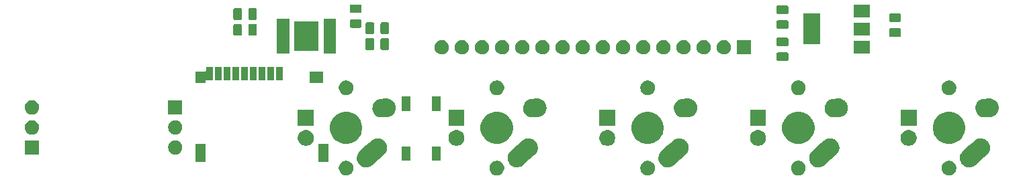
<source format=gbr>
G04 #@! TF.GenerationSoftware,KiCad,Pcbnew,(5.1.6)-1*
G04 #@! TF.CreationDate,2020-08-31T23:03:43-05:00*
G04 #@! TF.ProjectId,PikateaBSB,50696b61-7465-4614-9253-422e6b696361,rev?*
G04 #@! TF.SameCoordinates,Original*
G04 #@! TF.FileFunction,Soldermask,Top*
G04 #@! TF.FilePolarity,Negative*
%FSLAX46Y46*%
G04 Gerber Fmt 4.6, Leading zero omitted, Abs format (unit mm)*
G04 Created by KiCad (PCBNEW (5.1.6)-1) date 2020-08-31 23:03:43*
%MOMM*%
%LPD*%
G01*
G04 APERTURE LIST*
%ADD10C,0.100000*%
G04 APERTURE END LIST*
D10*
G36*
X195670104Y-63789585D02*
G01*
X195838626Y-63859389D01*
X195990291Y-63960728D01*
X196119272Y-64089709D01*
X196220611Y-64241374D01*
X196290415Y-64409896D01*
X196326000Y-64588797D01*
X196326000Y-64771203D01*
X196290415Y-64950104D01*
X196220611Y-65118626D01*
X196119272Y-65270291D01*
X195990291Y-65399272D01*
X195838626Y-65500611D01*
X195670104Y-65570415D01*
X195491203Y-65606000D01*
X195308797Y-65606000D01*
X195129896Y-65570415D01*
X194961374Y-65500611D01*
X194809709Y-65399272D01*
X194680728Y-65270291D01*
X194579389Y-65118626D01*
X194509585Y-64950104D01*
X194474000Y-64771203D01*
X194474000Y-64588797D01*
X194509585Y-64409896D01*
X194579389Y-64241374D01*
X194680728Y-64089709D01*
X194809709Y-63960728D01*
X194961374Y-63859389D01*
X195129896Y-63789585D01*
X195308797Y-63754000D01*
X195491203Y-63754000D01*
X195670104Y-63789585D01*
G37*
G36*
X214670104Y-63789585D02*
G01*
X214838626Y-63859389D01*
X214990291Y-63960728D01*
X215119272Y-64089709D01*
X215220611Y-64241374D01*
X215290415Y-64409896D01*
X215326000Y-64588797D01*
X215326000Y-64771203D01*
X215290415Y-64950104D01*
X215220611Y-65118626D01*
X215119272Y-65270291D01*
X214990291Y-65399272D01*
X214838626Y-65500611D01*
X214670104Y-65570415D01*
X214491203Y-65606000D01*
X214308797Y-65606000D01*
X214129896Y-65570415D01*
X213961374Y-65500611D01*
X213809709Y-65399272D01*
X213680728Y-65270291D01*
X213579389Y-65118626D01*
X213509585Y-64950104D01*
X213474000Y-64771203D01*
X213474000Y-64588797D01*
X213509585Y-64409896D01*
X213579389Y-64241374D01*
X213680728Y-64089709D01*
X213809709Y-63960728D01*
X213961374Y-63859389D01*
X214129896Y-63789585D01*
X214308797Y-63754000D01*
X214491203Y-63754000D01*
X214670104Y-63789585D01*
G37*
G36*
X233670104Y-63789585D02*
G01*
X233838626Y-63859389D01*
X233990291Y-63960728D01*
X234119272Y-64089709D01*
X234220611Y-64241374D01*
X234290415Y-64409896D01*
X234326000Y-64588797D01*
X234326000Y-64771203D01*
X234290415Y-64950104D01*
X234220611Y-65118626D01*
X234119272Y-65270291D01*
X233990291Y-65399272D01*
X233838626Y-65500611D01*
X233670104Y-65570415D01*
X233491203Y-65606000D01*
X233308797Y-65606000D01*
X233129896Y-65570415D01*
X232961374Y-65500611D01*
X232809709Y-65399272D01*
X232680728Y-65270291D01*
X232579389Y-65118626D01*
X232509585Y-64950104D01*
X232474000Y-64771203D01*
X232474000Y-64588797D01*
X232509585Y-64409896D01*
X232579389Y-64241374D01*
X232680728Y-64089709D01*
X232809709Y-63960728D01*
X232961374Y-63859389D01*
X233129896Y-63789585D01*
X233308797Y-63754000D01*
X233491203Y-63754000D01*
X233670104Y-63789585D01*
G37*
G36*
X176670104Y-63789585D02*
G01*
X176838626Y-63859389D01*
X176990291Y-63960728D01*
X177119272Y-64089709D01*
X177220611Y-64241374D01*
X177290415Y-64409896D01*
X177326000Y-64588797D01*
X177326000Y-64771203D01*
X177290415Y-64950104D01*
X177220611Y-65118626D01*
X177119272Y-65270291D01*
X176990291Y-65399272D01*
X176838626Y-65500611D01*
X176670104Y-65570415D01*
X176491203Y-65606000D01*
X176308797Y-65606000D01*
X176129896Y-65570415D01*
X175961374Y-65500611D01*
X175809709Y-65399272D01*
X175680728Y-65270291D01*
X175579389Y-65118626D01*
X175509585Y-64950104D01*
X175474000Y-64771203D01*
X175474000Y-64588797D01*
X175509585Y-64409896D01*
X175579389Y-64241374D01*
X175680728Y-64089709D01*
X175809709Y-63960728D01*
X175961374Y-63859389D01*
X176129896Y-63789585D01*
X176308797Y-63754000D01*
X176491203Y-63754000D01*
X176670104Y-63789585D01*
G37*
G36*
X157670104Y-63789585D02*
G01*
X157838626Y-63859389D01*
X157990291Y-63960728D01*
X158119272Y-64089709D01*
X158220611Y-64241374D01*
X158290415Y-64409896D01*
X158326000Y-64588797D01*
X158326000Y-64771203D01*
X158290415Y-64950104D01*
X158220611Y-65118626D01*
X158119272Y-65270291D01*
X157990291Y-65399272D01*
X157838626Y-65500611D01*
X157670104Y-65570415D01*
X157491203Y-65606000D01*
X157308797Y-65606000D01*
X157129896Y-65570415D01*
X156961374Y-65500611D01*
X156809709Y-65399272D01*
X156680728Y-65270291D01*
X156579389Y-65118626D01*
X156509585Y-64950104D01*
X156474000Y-64771203D01*
X156474000Y-64588797D01*
X156509585Y-64409896D01*
X156579389Y-64241374D01*
X156680728Y-64089709D01*
X156809709Y-63960728D01*
X156961374Y-63859389D01*
X157129896Y-63789585D01*
X157308797Y-63754000D01*
X157491203Y-63754000D01*
X157670104Y-63789585D01*
G37*
G36*
X199480308Y-60922556D02*
G01*
X199499248Y-60924000D01*
X199515827Y-60924000D01*
X199601287Y-60940999D01*
X199606655Y-60941945D01*
X199692866Y-60955175D01*
X199708457Y-60960842D01*
X199726763Y-60965958D01*
X199743027Y-60969193D01*
X199823552Y-61002548D01*
X199828632Y-61004522D01*
X199910583Y-61034309D01*
X199924766Y-61042907D01*
X199941723Y-61051495D01*
X199957045Y-61057842D01*
X199984792Y-61076382D01*
X200029499Y-61106254D01*
X200034126Y-61109201D01*
X200108679Y-61154395D01*
X200120922Y-61165604D01*
X200135865Y-61177326D01*
X200149653Y-61186539D01*
X200149657Y-61186542D01*
X200211286Y-61248171D01*
X200215257Y-61251970D01*
X200279539Y-61310821D01*
X200289352Y-61324191D01*
X200301732Y-61338617D01*
X200313459Y-61350344D01*
X200361878Y-61422808D01*
X200365029Y-61427306D01*
X200416600Y-61497574D01*
X200423618Y-61512607D01*
X200432940Y-61529159D01*
X200442158Y-61542955D01*
X200475523Y-61623506D01*
X200477720Y-61628496D01*
X200514593Y-61707479D01*
X200518545Y-61723599D01*
X200524455Y-61741638D01*
X200530807Y-61756973D01*
X200546315Y-61834936D01*
X200547814Y-61842474D01*
X200548990Y-61847777D01*
X200569754Y-61932468D01*
X200570485Y-61949044D01*
X200572764Y-61967903D01*
X200576000Y-61984172D01*
X200576000Y-62071355D01*
X200576119Y-62076795D01*
X200579961Y-62163894D01*
X200577445Y-62180291D01*
X200576000Y-62199234D01*
X200576000Y-62215827D01*
X200558991Y-62301337D01*
X200558046Y-62306700D01*
X200544823Y-62392865D01*
X200539156Y-62408458D01*
X200534045Y-62426748D01*
X200530807Y-62443027D01*
X200504398Y-62506784D01*
X200497443Y-62523574D01*
X200495455Y-62528688D01*
X200479248Y-62573277D01*
X200465688Y-62610584D01*
X200457099Y-62624752D01*
X200448514Y-62641700D01*
X200442158Y-62657045D01*
X200393692Y-62729579D01*
X200390769Y-62734170D01*
X200363077Y-62779852D01*
X200345602Y-62808679D01*
X200334415Y-62820898D01*
X200322680Y-62835857D01*
X200313461Y-62849654D01*
X200251797Y-62911318D01*
X200247989Y-62915299D01*
X200228376Y-62936722D01*
X200211597Y-62951777D01*
X200206688Y-62956427D01*
X200149654Y-63013461D01*
X200130411Y-63026319D01*
X200116379Y-63037213D01*
X199514193Y-63577530D01*
X198682378Y-64323886D01*
X198542423Y-64426600D01*
X198542420Y-64426602D01*
X198442972Y-64473028D01*
X198332519Y-64524593D01*
X198107530Y-64579754D01*
X197876105Y-64589961D01*
X197647134Y-64554823D01*
X197429417Y-64475689D01*
X197320885Y-64409896D01*
X197231321Y-64355602D01*
X197141759Y-64273606D01*
X197060461Y-64199177D01*
X196963961Y-64067690D01*
X196923398Y-64012421D01*
X196851957Y-63859389D01*
X196825407Y-63802519D01*
X196770246Y-63577530D01*
X196760039Y-63346105D01*
X196795177Y-63117134D01*
X196874311Y-62899417D01*
X196977292Y-62729540D01*
X196994398Y-62701321D01*
X197111624Y-62573277D01*
X197934506Y-61834936D01*
X198588437Y-61248189D01*
X198593345Y-61243540D01*
X198650346Y-61186539D01*
X198722790Y-61138134D01*
X198727280Y-61134989D01*
X198797576Y-61083398D01*
X198812613Y-61076378D01*
X198829165Y-61067056D01*
X198842955Y-61057842D01*
X198923477Y-61024489D01*
X198928474Y-61022289D01*
X199007480Y-60985405D01*
X199023607Y-60981451D01*
X199041643Y-60975543D01*
X199056973Y-60969193D01*
X199142463Y-60952188D01*
X199147763Y-60951012D01*
X199232469Y-60930244D01*
X199249059Y-60929512D01*
X199267913Y-60927234D01*
X199284174Y-60924000D01*
X199371311Y-60924000D01*
X199376751Y-60923880D01*
X199463896Y-60920037D01*
X199480308Y-60922556D01*
G37*
G36*
X180480308Y-60922556D02*
G01*
X180499248Y-60924000D01*
X180515827Y-60924000D01*
X180601287Y-60940999D01*
X180606655Y-60941945D01*
X180692866Y-60955175D01*
X180708457Y-60960842D01*
X180726763Y-60965958D01*
X180743027Y-60969193D01*
X180823552Y-61002548D01*
X180828632Y-61004522D01*
X180910583Y-61034309D01*
X180924766Y-61042907D01*
X180941723Y-61051495D01*
X180957045Y-61057842D01*
X180984792Y-61076382D01*
X181029499Y-61106254D01*
X181034126Y-61109201D01*
X181108679Y-61154395D01*
X181120922Y-61165604D01*
X181135865Y-61177326D01*
X181149653Y-61186539D01*
X181149657Y-61186542D01*
X181211286Y-61248171D01*
X181215257Y-61251970D01*
X181279539Y-61310821D01*
X181289352Y-61324191D01*
X181301732Y-61338617D01*
X181313459Y-61350344D01*
X181361878Y-61422808D01*
X181365029Y-61427306D01*
X181416600Y-61497574D01*
X181423618Y-61512607D01*
X181432940Y-61529159D01*
X181442158Y-61542955D01*
X181475523Y-61623506D01*
X181477720Y-61628496D01*
X181514593Y-61707479D01*
X181518545Y-61723599D01*
X181524455Y-61741638D01*
X181530807Y-61756973D01*
X181546315Y-61834936D01*
X181547814Y-61842474D01*
X181548990Y-61847777D01*
X181569754Y-61932468D01*
X181570485Y-61949044D01*
X181572764Y-61967903D01*
X181576000Y-61984172D01*
X181576000Y-62071355D01*
X181576119Y-62076795D01*
X181579961Y-62163894D01*
X181577445Y-62180291D01*
X181576000Y-62199234D01*
X181576000Y-62215827D01*
X181558991Y-62301337D01*
X181558046Y-62306700D01*
X181544823Y-62392865D01*
X181539156Y-62408458D01*
X181534045Y-62426748D01*
X181530807Y-62443027D01*
X181504398Y-62506784D01*
X181497443Y-62523574D01*
X181495455Y-62528688D01*
X181479248Y-62573277D01*
X181465688Y-62610584D01*
X181457099Y-62624752D01*
X181448514Y-62641700D01*
X181442158Y-62657045D01*
X181393692Y-62729579D01*
X181390769Y-62734170D01*
X181363077Y-62779852D01*
X181345602Y-62808679D01*
X181334415Y-62820898D01*
X181322680Y-62835857D01*
X181313461Y-62849654D01*
X181251797Y-62911318D01*
X181247989Y-62915299D01*
X181228376Y-62936722D01*
X181211597Y-62951777D01*
X181206688Y-62956427D01*
X181149654Y-63013461D01*
X181130411Y-63026319D01*
X181116379Y-63037213D01*
X180514193Y-63577530D01*
X179682378Y-64323886D01*
X179542423Y-64426600D01*
X179542420Y-64426602D01*
X179442972Y-64473028D01*
X179332519Y-64524593D01*
X179107530Y-64579754D01*
X178876105Y-64589961D01*
X178647134Y-64554823D01*
X178429417Y-64475689D01*
X178320885Y-64409896D01*
X178231321Y-64355602D01*
X178141759Y-64273606D01*
X178060461Y-64199177D01*
X177963961Y-64067690D01*
X177923398Y-64012421D01*
X177851957Y-63859389D01*
X177825407Y-63802519D01*
X177770246Y-63577530D01*
X177760039Y-63346105D01*
X177795177Y-63117134D01*
X177874311Y-62899417D01*
X177977292Y-62729540D01*
X177994398Y-62701321D01*
X178111624Y-62573277D01*
X178934506Y-61834936D01*
X179588437Y-61248189D01*
X179593345Y-61243540D01*
X179650346Y-61186539D01*
X179722790Y-61138134D01*
X179727280Y-61134989D01*
X179797576Y-61083398D01*
X179812613Y-61076378D01*
X179829165Y-61067056D01*
X179842955Y-61057842D01*
X179923477Y-61024489D01*
X179928474Y-61022289D01*
X180007480Y-60985405D01*
X180023607Y-60981451D01*
X180041643Y-60975543D01*
X180056973Y-60969193D01*
X180142463Y-60952188D01*
X180147763Y-60951012D01*
X180232469Y-60930244D01*
X180249059Y-60929512D01*
X180267913Y-60927234D01*
X180284174Y-60924000D01*
X180371311Y-60924000D01*
X180376751Y-60923880D01*
X180463896Y-60920037D01*
X180480308Y-60922556D01*
G37*
G36*
X237480308Y-60922556D02*
G01*
X237499248Y-60924000D01*
X237515827Y-60924000D01*
X237601287Y-60940999D01*
X237606655Y-60941945D01*
X237692866Y-60955175D01*
X237708457Y-60960842D01*
X237726763Y-60965958D01*
X237743027Y-60969193D01*
X237823552Y-61002548D01*
X237828632Y-61004522D01*
X237910583Y-61034309D01*
X237924766Y-61042907D01*
X237941723Y-61051495D01*
X237957045Y-61057842D01*
X237984792Y-61076382D01*
X238029499Y-61106254D01*
X238034126Y-61109201D01*
X238108679Y-61154395D01*
X238120922Y-61165604D01*
X238135865Y-61177326D01*
X238149653Y-61186539D01*
X238149657Y-61186542D01*
X238211286Y-61248171D01*
X238215257Y-61251970D01*
X238279539Y-61310821D01*
X238289352Y-61324191D01*
X238301732Y-61338617D01*
X238313459Y-61350344D01*
X238361878Y-61422808D01*
X238365029Y-61427306D01*
X238416600Y-61497574D01*
X238423618Y-61512607D01*
X238432940Y-61529159D01*
X238442158Y-61542955D01*
X238475523Y-61623506D01*
X238477720Y-61628496D01*
X238514593Y-61707479D01*
X238518545Y-61723599D01*
X238524455Y-61741638D01*
X238530807Y-61756973D01*
X238546315Y-61834936D01*
X238547814Y-61842474D01*
X238548990Y-61847777D01*
X238569754Y-61932468D01*
X238570485Y-61949044D01*
X238572764Y-61967903D01*
X238576000Y-61984172D01*
X238576000Y-62071355D01*
X238576119Y-62076795D01*
X238579961Y-62163894D01*
X238577445Y-62180291D01*
X238576000Y-62199234D01*
X238576000Y-62215827D01*
X238558991Y-62301337D01*
X238558046Y-62306700D01*
X238544823Y-62392865D01*
X238539156Y-62408458D01*
X238534045Y-62426748D01*
X238530807Y-62443027D01*
X238504398Y-62506784D01*
X238497443Y-62523574D01*
X238495455Y-62528688D01*
X238479248Y-62573277D01*
X238465688Y-62610584D01*
X238457099Y-62624752D01*
X238448514Y-62641700D01*
X238442158Y-62657045D01*
X238393692Y-62729579D01*
X238390769Y-62734170D01*
X238363077Y-62779852D01*
X238345602Y-62808679D01*
X238334415Y-62820898D01*
X238322680Y-62835857D01*
X238313461Y-62849654D01*
X238251797Y-62911318D01*
X238247989Y-62915299D01*
X238228376Y-62936722D01*
X238211597Y-62951777D01*
X238206688Y-62956427D01*
X238149654Y-63013461D01*
X238130411Y-63026319D01*
X238116379Y-63037213D01*
X237514193Y-63577530D01*
X236682378Y-64323886D01*
X236542423Y-64426600D01*
X236542420Y-64426602D01*
X236442972Y-64473028D01*
X236332519Y-64524593D01*
X236107530Y-64579754D01*
X235876105Y-64589961D01*
X235647134Y-64554823D01*
X235429417Y-64475689D01*
X235320885Y-64409896D01*
X235231321Y-64355602D01*
X235141759Y-64273606D01*
X235060461Y-64199177D01*
X234963961Y-64067690D01*
X234923398Y-64012421D01*
X234851957Y-63859389D01*
X234825407Y-63802519D01*
X234770246Y-63577530D01*
X234760039Y-63346105D01*
X234795177Y-63117134D01*
X234874311Y-62899417D01*
X234977292Y-62729540D01*
X234994398Y-62701321D01*
X235111624Y-62573277D01*
X235934506Y-61834936D01*
X236588437Y-61248189D01*
X236593345Y-61243540D01*
X236650346Y-61186539D01*
X236722790Y-61138134D01*
X236727280Y-61134989D01*
X236797576Y-61083398D01*
X236812613Y-61076378D01*
X236829165Y-61067056D01*
X236842955Y-61057842D01*
X236923477Y-61024489D01*
X236928474Y-61022289D01*
X237007480Y-60985405D01*
X237023607Y-60981451D01*
X237041643Y-60975543D01*
X237056973Y-60969193D01*
X237142463Y-60952188D01*
X237147763Y-60951012D01*
X237232469Y-60930244D01*
X237249059Y-60929512D01*
X237267913Y-60927234D01*
X237284174Y-60924000D01*
X237371311Y-60924000D01*
X237376751Y-60923880D01*
X237463896Y-60920037D01*
X237480308Y-60922556D01*
G37*
G36*
X218480308Y-60922556D02*
G01*
X218499248Y-60924000D01*
X218515827Y-60924000D01*
X218601287Y-60940999D01*
X218606655Y-60941945D01*
X218692866Y-60955175D01*
X218708457Y-60960842D01*
X218726763Y-60965958D01*
X218743027Y-60969193D01*
X218823552Y-61002548D01*
X218828632Y-61004522D01*
X218910583Y-61034309D01*
X218924766Y-61042907D01*
X218941723Y-61051495D01*
X218957045Y-61057842D01*
X218984792Y-61076382D01*
X219029499Y-61106254D01*
X219034126Y-61109201D01*
X219108679Y-61154395D01*
X219120922Y-61165604D01*
X219135865Y-61177326D01*
X219149653Y-61186539D01*
X219149657Y-61186542D01*
X219211286Y-61248171D01*
X219215257Y-61251970D01*
X219279539Y-61310821D01*
X219289352Y-61324191D01*
X219301732Y-61338617D01*
X219313459Y-61350344D01*
X219361878Y-61422808D01*
X219365029Y-61427306D01*
X219416600Y-61497574D01*
X219423618Y-61512607D01*
X219432940Y-61529159D01*
X219442158Y-61542955D01*
X219475523Y-61623506D01*
X219477720Y-61628496D01*
X219514593Y-61707479D01*
X219518545Y-61723599D01*
X219524455Y-61741638D01*
X219530807Y-61756973D01*
X219546315Y-61834936D01*
X219547814Y-61842474D01*
X219548990Y-61847777D01*
X219569754Y-61932468D01*
X219570485Y-61949044D01*
X219572764Y-61967903D01*
X219576000Y-61984172D01*
X219576000Y-62071355D01*
X219576119Y-62076795D01*
X219579961Y-62163894D01*
X219577445Y-62180291D01*
X219576000Y-62199234D01*
X219576000Y-62215827D01*
X219558991Y-62301337D01*
X219558046Y-62306700D01*
X219544823Y-62392865D01*
X219539156Y-62408458D01*
X219534045Y-62426748D01*
X219530807Y-62443027D01*
X219504398Y-62506784D01*
X219497443Y-62523574D01*
X219495455Y-62528688D01*
X219479248Y-62573277D01*
X219465688Y-62610584D01*
X219457099Y-62624752D01*
X219448514Y-62641700D01*
X219442158Y-62657045D01*
X219393692Y-62729579D01*
X219390769Y-62734170D01*
X219363077Y-62779852D01*
X219345602Y-62808679D01*
X219334415Y-62820898D01*
X219322680Y-62835857D01*
X219313461Y-62849654D01*
X219251797Y-62911318D01*
X219247989Y-62915299D01*
X219228376Y-62936722D01*
X219211597Y-62951777D01*
X219206688Y-62956427D01*
X219149654Y-63013461D01*
X219130411Y-63026319D01*
X219116379Y-63037213D01*
X218514193Y-63577530D01*
X217682378Y-64323886D01*
X217542423Y-64426600D01*
X217542420Y-64426602D01*
X217442972Y-64473028D01*
X217332519Y-64524593D01*
X217107530Y-64579754D01*
X216876105Y-64589961D01*
X216647134Y-64554823D01*
X216429417Y-64475689D01*
X216320885Y-64409896D01*
X216231321Y-64355602D01*
X216141759Y-64273606D01*
X216060461Y-64199177D01*
X215963961Y-64067690D01*
X215923398Y-64012421D01*
X215851957Y-63859389D01*
X215825407Y-63802519D01*
X215770246Y-63577530D01*
X215760039Y-63346105D01*
X215795177Y-63117134D01*
X215874311Y-62899417D01*
X215977292Y-62729540D01*
X215994398Y-62701321D01*
X216111624Y-62573277D01*
X216934506Y-61834936D01*
X217588437Y-61248189D01*
X217593345Y-61243540D01*
X217650346Y-61186539D01*
X217722790Y-61138134D01*
X217727280Y-61134989D01*
X217797576Y-61083398D01*
X217812613Y-61076378D01*
X217829165Y-61067056D01*
X217842955Y-61057842D01*
X217923477Y-61024489D01*
X217928474Y-61022289D01*
X218007480Y-60985405D01*
X218023607Y-60981451D01*
X218041643Y-60975543D01*
X218056973Y-60969193D01*
X218142463Y-60952188D01*
X218147763Y-60951012D01*
X218232469Y-60930244D01*
X218249059Y-60929512D01*
X218267913Y-60927234D01*
X218284174Y-60924000D01*
X218371311Y-60924000D01*
X218376751Y-60923880D01*
X218463896Y-60920037D01*
X218480308Y-60922556D01*
G37*
G36*
X161480308Y-60922556D02*
G01*
X161499248Y-60924000D01*
X161515827Y-60924000D01*
X161601287Y-60940999D01*
X161606655Y-60941945D01*
X161692866Y-60955175D01*
X161708457Y-60960842D01*
X161726763Y-60965958D01*
X161743027Y-60969193D01*
X161823552Y-61002548D01*
X161828632Y-61004522D01*
X161910583Y-61034309D01*
X161924766Y-61042907D01*
X161941723Y-61051495D01*
X161957045Y-61057842D01*
X161984792Y-61076382D01*
X162029499Y-61106254D01*
X162034126Y-61109201D01*
X162108679Y-61154395D01*
X162120922Y-61165604D01*
X162135865Y-61177326D01*
X162149653Y-61186539D01*
X162149657Y-61186542D01*
X162211286Y-61248171D01*
X162215257Y-61251970D01*
X162279539Y-61310821D01*
X162289352Y-61324191D01*
X162301732Y-61338617D01*
X162313459Y-61350344D01*
X162361878Y-61422808D01*
X162365029Y-61427306D01*
X162416600Y-61497574D01*
X162423618Y-61512607D01*
X162432940Y-61529159D01*
X162442158Y-61542955D01*
X162475523Y-61623506D01*
X162477720Y-61628496D01*
X162514593Y-61707479D01*
X162518545Y-61723599D01*
X162524455Y-61741638D01*
X162530807Y-61756973D01*
X162546315Y-61834936D01*
X162547814Y-61842474D01*
X162548990Y-61847777D01*
X162569754Y-61932468D01*
X162570485Y-61949044D01*
X162572764Y-61967903D01*
X162576000Y-61984172D01*
X162576000Y-62071355D01*
X162576119Y-62076795D01*
X162579961Y-62163894D01*
X162577445Y-62180291D01*
X162576000Y-62199234D01*
X162576000Y-62215827D01*
X162558991Y-62301337D01*
X162558046Y-62306700D01*
X162544823Y-62392865D01*
X162539156Y-62408458D01*
X162534045Y-62426748D01*
X162530807Y-62443027D01*
X162504398Y-62506784D01*
X162497443Y-62523574D01*
X162495455Y-62528688D01*
X162479248Y-62573277D01*
X162465688Y-62610584D01*
X162457099Y-62624752D01*
X162448514Y-62641700D01*
X162442158Y-62657045D01*
X162393692Y-62729579D01*
X162390769Y-62734170D01*
X162363077Y-62779852D01*
X162345602Y-62808679D01*
X162334415Y-62820898D01*
X162322680Y-62835857D01*
X162313461Y-62849654D01*
X162251797Y-62911318D01*
X162247989Y-62915299D01*
X162228376Y-62936722D01*
X162211597Y-62951777D01*
X162206688Y-62956427D01*
X162149654Y-63013461D01*
X162130411Y-63026319D01*
X162116379Y-63037213D01*
X161514193Y-63577530D01*
X160682378Y-64323886D01*
X160542423Y-64426600D01*
X160542420Y-64426602D01*
X160442972Y-64473028D01*
X160332519Y-64524593D01*
X160107530Y-64579754D01*
X159876105Y-64589961D01*
X159647134Y-64554823D01*
X159429417Y-64475689D01*
X159320885Y-64409896D01*
X159231321Y-64355602D01*
X159141759Y-64273606D01*
X159060461Y-64199177D01*
X158963961Y-64067690D01*
X158923398Y-64012421D01*
X158851957Y-63859389D01*
X158825407Y-63802519D01*
X158770246Y-63577530D01*
X158760039Y-63346105D01*
X158795177Y-63117134D01*
X158874311Y-62899417D01*
X158977292Y-62729540D01*
X158994398Y-62701321D01*
X159111624Y-62573277D01*
X159934506Y-61834936D01*
X160588437Y-61248189D01*
X160593345Y-61243540D01*
X160650346Y-61186539D01*
X160722790Y-61138134D01*
X160727280Y-61134989D01*
X160797576Y-61083398D01*
X160812613Y-61076378D01*
X160829165Y-61067056D01*
X160842955Y-61057842D01*
X160923477Y-61024489D01*
X160928474Y-61022289D01*
X161007480Y-60985405D01*
X161023607Y-60981451D01*
X161041643Y-60975543D01*
X161056973Y-60969193D01*
X161142463Y-60952188D01*
X161147763Y-60951012D01*
X161232469Y-60930244D01*
X161249059Y-60929512D01*
X161267913Y-60927234D01*
X161284174Y-60924000D01*
X161371311Y-60924000D01*
X161376751Y-60923880D01*
X161463896Y-60920037D01*
X161480308Y-60922556D01*
G37*
G36*
X139701000Y-63951000D02*
G01*
X138399000Y-63951000D01*
X138399000Y-61649000D01*
X139701000Y-61649000D01*
X139701000Y-63951000D01*
G37*
G36*
X155201000Y-63951000D02*
G01*
X153899000Y-63951000D01*
X153899000Y-61649000D01*
X155201000Y-61649000D01*
X155201000Y-63951000D01*
G37*
G36*
X165498000Y-63738000D02*
G01*
X164396000Y-63738000D01*
X164396000Y-61936000D01*
X165498000Y-61936000D01*
X165498000Y-63738000D01*
G37*
G36*
X169298000Y-63738000D02*
G01*
X168196000Y-63738000D01*
X168196000Y-61936000D01*
X169298000Y-61936000D01*
X169298000Y-63738000D01*
G37*
G36*
X118701000Y-62981000D02*
G01*
X116899000Y-62981000D01*
X116899000Y-61179000D01*
X118701000Y-61179000D01*
X118701000Y-62981000D01*
G37*
G36*
X135972512Y-61183927D02*
G01*
X136121812Y-61213624D01*
X136285784Y-61281544D01*
X136433354Y-61380147D01*
X136558853Y-61505646D01*
X136657456Y-61653216D01*
X136725376Y-61817188D01*
X136760000Y-61991259D01*
X136760000Y-62168741D01*
X136725376Y-62342812D01*
X136657456Y-62506784D01*
X136558853Y-62654354D01*
X136433354Y-62779853D01*
X136285784Y-62878456D01*
X136121812Y-62946376D01*
X135972512Y-62976073D01*
X135947742Y-62981000D01*
X135770258Y-62981000D01*
X135745488Y-62976073D01*
X135596188Y-62946376D01*
X135432216Y-62878456D01*
X135284646Y-62779853D01*
X135159147Y-62654354D01*
X135060544Y-62506784D01*
X134992624Y-62342812D01*
X134958000Y-62168741D01*
X134958000Y-61991259D01*
X134992624Y-61817188D01*
X135060544Y-61653216D01*
X135159147Y-61505646D01*
X135284646Y-61380147D01*
X135432216Y-61281544D01*
X135596188Y-61213624D01*
X135745488Y-61183927D01*
X135770258Y-61179000D01*
X135947742Y-61179000D01*
X135972512Y-61183927D01*
G37*
G36*
X228446425Y-59871988D02*
G01*
X228612710Y-59905063D01*
X228795336Y-59980709D01*
X228959694Y-60090530D01*
X229099470Y-60230306D01*
X229209291Y-60394664D01*
X229284937Y-60577290D01*
X229323500Y-60771164D01*
X229323500Y-60968836D01*
X229284937Y-61162710D01*
X229209291Y-61345336D01*
X229099470Y-61509694D01*
X228959694Y-61649470D01*
X228795336Y-61759291D01*
X228612710Y-61834937D01*
X228446425Y-61868012D01*
X228418837Y-61873500D01*
X228221163Y-61873500D01*
X228193575Y-61868012D01*
X228027290Y-61834937D01*
X227844664Y-61759291D01*
X227680306Y-61649470D01*
X227540530Y-61509694D01*
X227430709Y-61345336D01*
X227355063Y-61162710D01*
X227316500Y-60968836D01*
X227316500Y-60771164D01*
X227355063Y-60577290D01*
X227430709Y-60394664D01*
X227540530Y-60230306D01*
X227680306Y-60090530D01*
X227844664Y-59980709D01*
X228027290Y-59905063D01*
X228193575Y-59871988D01*
X228221163Y-59866500D01*
X228418837Y-59866500D01*
X228446425Y-59871988D01*
G37*
G36*
X171446425Y-59871988D02*
G01*
X171612710Y-59905063D01*
X171795336Y-59980709D01*
X171959694Y-60090530D01*
X172099470Y-60230306D01*
X172209291Y-60394664D01*
X172284937Y-60577290D01*
X172323500Y-60771164D01*
X172323500Y-60968836D01*
X172284937Y-61162710D01*
X172209291Y-61345336D01*
X172099470Y-61509694D01*
X171959694Y-61649470D01*
X171795336Y-61759291D01*
X171612710Y-61834937D01*
X171446425Y-61868012D01*
X171418837Y-61873500D01*
X171221163Y-61873500D01*
X171193575Y-61868012D01*
X171027290Y-61834937D01*
X170844664Y-61759291D01*
X170680306Y-61649470D01*
X170540530Y-61509694D01*
X170430709Y-61345336D01*
X170355063Y-61162710D01*
X170316500Y-60968836D01*
X170316500Y-60771164D01*
X170355063Y-60577290D01*
X170430709Y-60394664D01*
X170540530Y-60230306D01*
X170680306Y-60090530D01*
X170844664Y-59980709D01*
X171027290Y-59905063D01*
X171193575Y-59871988D01*
X171221163Y-59866500D01*
X171418837Y-59866500D01*
X171446425Y-59871988D01*
G37*
G36*
X209446425Y-59871988D02*
G01*
X209612710Y-59905063D01*
X209795336Y-59980709D01*
X209959694Y-60090530D01*
X210099470Y-60230306D01*
X210209291Y-60394664D01*
X210284937Y-60577290D01*
X210323500Y-60771164D01*
X210323500Y-60968836D01*
X210284937Y-61162710D01*
X210209291Y-61345336D01*
X210099470Y-61509694D01*
X209959694Y-61649470D01*
X209795336Y-61759291D01*
X209612710Y-61834937D01*
X209446425Y-61868012D01*
X209418837Y-61873500D01*
X209221163Y-61873500D01*
X209193575Y-61868012D01*
X209027290Y-61834937D01*
X208844664Y-61759291D01*
X208680306Y-61649470D01*
X208540530Y-61509694D01*
X208430709Y-61345336D01*
X208355063Y-61162710D01*
X208316500Y-60968836D01*
X208316500Y-60771164D01*
X208355063Y-60577290D01*
X208430709Y-60394664D01*
X208540530Y-60230306D01*
X208680306Y-60090530D01*
X208844664Y-59980709D01*
X209027290Y-59905063D01*
X209193575Y-59871988D01*
X209221163Y-59866500D01*
X209418837Y-59866500D01*
X209446425Y-59871988D01*
G37*
G36*
X152446425Y-59871988D02*
G01*
X152612710Y-59905063D01*
X152795336Y-59980709D01*
X152959694Y-60090530D01*
X153099470Y-60230306D01*
X153209291Y-60394664D01*
X153284937Y-60577290D01*
X153323500Y-60771164D01*
X153323500Y-60968836D01*
X153284937Y-61162710D01*
X153209291Y-61345336D01*
X153099470Y-61509694D01*
X152959694Y-61649470D01*
X152795336Y-61759291D01*
X152612710Y-61834937D01*
X152446425Y-61868012D01*
X152418837Y-61873500D01*
X152221163Y-61873500D01*
X152193575Y-61868012D01*
X152027290Y-61834937D01*
X151844664Y-61759291D01*
X151680306Y-61649470D01*
X151540530Y-61509694D01*
X151430709Y-61345336D01*
X151355063Y-61162710D01*
X151316500Y-60968836D01*
X151316500Y-60771164D01*
X151355063Y-60577290D01*
X151430709Y-60394664D01*
X151540530Y-60230306D01*
X151680306Y-60090530D01*
X151844664Y-59980709D01*
X152027290Y-59905063D01*
X152193575Y-59871988D01*
X152221163Y-59866500D01*
X152418837Y-59866500D01*
X152446425Y-59871988D01*
G37*
G36*
X190446425Y-59871988D02*
G01*
X190612710Y-59905063D01*
X190795336Y-59980709D01*
X190959694Y-60090530D01*
X191099470Y-60230306D01*
X191209291Y-60394664D01*
X191284937Y-60577290D01*
X191323500Y-60771164D01*
X191323500Y-60968836D01*
X191284937Y-61162710D01*
X191209291Y-61345336D01*
X191099470Y-61509694D01*
X190959694Y-61649470D01*
X190795336Y-61759291D01*
X190612710Y-61834937D01*
X190446425Y-61868012D01*
X190418837Y-61873500D01*
X190221163Y-61873500D01*
X190193575Y-61868012D01*
X190027290Y-61834937D01*
X189844664Y-61759291D01*
X189680306Y-61649470D01*
X189540530Y-61509694D01*
X189430709Y-61345336D01*
X189355063Y-61162710D01*
X189316500Y-60968836D01*
X189316500Y-60771164D01*
X189355063Y-60577290D01*
X189430709Y-60394664D01*
X189540530Y-60230306D01*
X189680306Y-60090530D01*
X189844664Y-59980709D01*
X190027290Y-59905063D01*
X190193575Y-59871988D01*
X190221163Y-59866500D01*
X190418837Y-59866500D01*
X190446425Y-59871988D01*
G37*
G36*
X214996474Y-57633684D02*
G01*
X215214474Y-57723983D01*
X215368623Y-57787833D01*
X215703548Y-58011623D01*
X215988377Y-58296452D01*
X216212167Y-58631377D01*
X216257799Y-58741544D01*
X216366316Y-59003526D01*
X216444900Y-59398594D01*
X216444900Y-59801406D01*
X216366316Y-60196474D01*
X216307505Y-60338456D01*
X216212167Y-60568623D01*
X215988377Y-60903548D01*
X215703548Y-61188377D01*
X215368623Y-61412167D01*
X215214474Y-61476017D01*
X214996474Y-61566316D01*
X214601406Y-61644900D01*
X214198594Y-61644900D01*
X213803526Y-61566316D01*
X213585526Y-61476017D01*
X213431377Y-61412167D01*
X213096452Y-61188377D01*
X212811623Y-60903548D01*
X212587833Y-60568623D01*
X212492495Y-60338456D01*
X212433684Y-60196474D01*
X212355100Y-59801406D01*
X212355100Y-59398594D01*
X212433684Y-59003526D01*
X212542201Y-58741544D01*
X212587833Y-58631377D01*
X212811623Y-58296452D01*
X213096452Y-58011623D01*
X213431377Y-57787833D01*
X213585526Y-57723983D01*
X213803526Y-57633684D01*
X214198594Y-57555100D01*
X214601406Y-57555100D01*
X214996474Y-57633684D01*
G37*
G36*
X195996474Y-57633684D02*
G01*
X196214474Y-57723983D01*
X196368623Y-57787833D01*
X196703548Y-58011623D01*
X196988377Y-58296452D01*
X197212167Y-58631377D01*
X197257799Y-58741544D01*
X197366316Y-59003526D01*
X197444900Y-59398594D01*
X197444900Y-59801406D01*
X197366316Y-60196474D01*
X197307505Y-60338456D01*
X197212167Y-60568623D01*
X196988377Y-60903548D01*
X196703548Y-61188377D01*
X196368623Y-61412167D01*
X196214474Y-61476017D01*
X195996474Y-61566316D01*
X195601406Y-61644900D01*
X195198594Y-61644900D01*
X194803526Y-61566316D01*
X194585526Y-61476017D01*
X194431377Y-61412167D01*
X194096452Y-61188377D01*
X193811623Y-60903548D01*
X193587833Y-60568623D01*
X193492495Y-60338456D01*
X193433684Y-60196474D01*
X193355100Y-59801406D01*
X193355100Y-59398594D01*
X193433684Y-59003526D01*
X193542201Y-58741544D01*
X193587833Y-58631377D01*
X193811623Y-58296452D01*
X194096452Y-58011623D01*
X194431377Y-57787833D01*
X194585526Y-57723983D01*
X194803526Y-57633684D01*
X195198594Y-57555100D01*
X195601406Y-57555100D01*
X195996474Y-57633684D01*
G37*
G36*
X233996474Y-57633684D02*
G01*
X234214474Y-57723983D01*
X234368623Y-57787833D01*
X234703548Y-58011623D01*
X234988377Y-58296452D01*
X235212167Y-58631377D01*
X235257799Y-58741544D01*
X235366316Y-59003526D01*
X235444900Y-59398594D01*
X235444900Y-59801406D01*
X235366316Y-60196474D01*
X235307505Y-60338456D01*
X235212167Y-60568623D01*
X234988377Y-60903548D01*
X234703548Y-61188377D01*
X234368623Y-61412167D01*
X234214474Y-61476017D01*
X233996474Y-61566316D01*
X233601406Y-61644900D01*
X233198594Y-61644900D01*
X232803526Y-61566316D01*
X232585526Y-61476017D01*
X232431377Y-61412167D01*
X232096452Y-61188377D01*
X231811623Y-60903548D01*
X231587833Y-60568623D01*
X231492495Y-60338456D01*
X231433684Y-60196474D01*
X231355100Y-59801406D01*
X231355100Y-59398594D01*
X231433684Y-59003526D01*
X231542201Y-58741544D01*
X231587833Y-58631377D01*
X231811623Y-58296452D01*
X232096452Y-58011623D01*
X232431377Y-57787833D01*
X232585526Y-57723983D01*
X232803526Y-57633684D01*
X233198594Y-57555100D01*
X233601406Y-57555100D01*
X233996474Y-57633684D01*
G37*
G36*
X176996474Y-57633684D02*
G01*
X177214474Y-57723983D01*
X177368623Y-57787833D01*
X177703548Y-58011623D01*
X177988377Y-58296452D01*
X178212167Y-58631377D01*
X178257799Y-58741544D01*
X178366316Y-59003526D01*
X178444900Y-59398594D01*
X178444900Y-59801406D01*
X178366316Y-60196474D01*
X178307505Y-60338456D01*
X178212167Y-60568623D01*
X177988377Y-60903548D01*
X177703548Y-61188377D01*
X177368623Y-61412167D01*
X177214474Y-61476017D01*
X176996474Y-61566316D01*
X176601406Y-61644900D01*
X176198594Y-61644900D01*
X175803526Y-61566316D01*
X175585526Y-61476017D01*
X175431377Y-61412167D01*
X175096452Y-61188377D01*
X174811623Y-60903548D01*
X174587833Y-60568623D01*
X174492495Y-60338456D01*
X174433684Y-60196474D01*
X174355100Y-59801406D01*
X174355100Y-59398594D01*
X174433684Y-59003526D01*
X174542201Y-58741544D01*
X174587833Y-58631377D01*
X174811623Y-58296452D01*
X175096452Y-58011623D01*
X175431377Y-57787833D01*
X175585526Y-57723983D01*
X175803526Y-57633684D01*
X176198594Y-57555100D01*
X176601406Y-57555100D01*
X176996474Y-57633684D01*
G37*
G36*
X157996474Y-57633684D02*
G01*
X158214474Y-57723983D01*
X158368623Y-57787833D01*
X158703548Y-58011623D01*
X158988377Y-58296452D01*
X159212167Y-58631377D01*
X159257799Y-58741544D01*
X159366316Y-59003526D01*
X159444900Y-59398594D01*
X159444900Y-59801406D01*
X159366316Y-60196474D01*
X159307505Y-60338456D01*
X159212167Y-60568623D01*
X158988377Y-60903548D01*
X158703548Y-61188377D01*
X158368623Y-61412167D01*
X158214474Y-61476017D01*
X157996474Y-61566316D01*
X157601406Y-61644900D01*
X157198594Y-61644900D01*
X156803526Y-61566316D01*
X156585526Y-61476017D01*
X156431377Y-61412167D01*
X156096452Y-61188377D01*
X155811623Y-60903548D01*
X155587833Y-60568623D01*
X155492495Y-60338456D01*
X155433684Y-60196474D01*
X155355100Y-59801406D01*
X155355100Y-59398594D01*
X155433684Y-59003526D01*
X155542201Y-58741544D01*
X155587833Y-58631377D01*
X155811623Y-58296452D01*
X156096452Y-58011623D01*
X156431377Y-57787833D01*
X156585526Y-57723983D01*
X156803526Y-57633684D01*
X157198594Y-57555100D01*
X157601406Y-57555100D01*
X157996474Y-57633684D01*
G37*
G36*
X135972512Y-58643927D02*
G01*
X136121812Y-58673624D01*
X136285784Y-58741544D01*
X136433354Y-58840147D01*
X136558853Y-58965646D01*
X136657456Y-59113216D01*
X136725376Y-59277188D01*
X136760000Y-59451259D01*
X136760000Y-59628741D01*
X136725376Y-59802812D01*
X136657456Y-59966784D01*
X136558853Y-60114354D01*
X136433354Y-60239853D01*
X136285784Y-60338456D01*
X136121812Y-60406376D01*
X135972512Y-60436073D01*
X135947742Y-60441000D01*
X135770258Y-60441000D01*
X135745488Y-60436073D01*
X135596188Y-60406376D01*
X135432216Y-60338456D01*
X135284646Y-60239853D01*
X135159147Y-60114354D01*
X135060544Y-59966784D01*
X134992624Y-59802812D01*
X134958000Y-59628741D01*
X134958000Y-59451259D01*
X134992624Y-59277188D01*
X135060544Y-59113216D01*
X135159147Y-58965646D01*
X135284646Y-58840147D01*
X135432216Y-58741544D01*
X135596188Y-58673624D01*
X135745488Y-58643927D01*
X135770258Y-58639000D01*
X135947742Y-58639000D01*
X135972512Y-58643927D01*
G37*
G36*
X117913512Y-58643927D02*
G01*
X118062812Y-58673624D01*
X118226784Y-58741544D01*
X118374354Y-58840147D01*
X118499853Y-58965646D01*
X118598456Y-59113216D01*
X118666376Y-59277188D01*
X118701000Y-59451259D01*
X118701000Y-59628741D01*
X118666376Y-59802812D01*
X118598456Y-59966784D01*
X118499853Y-60114354D01*
X118374354Y-60239853D01*
X118226784Y-60338456D01*
X118062812Y-60406376D01*
X117913512Y-60436073D01*
X117888742Y-60441000D01*
X117711258Y-60441000D01*
X117686488Y-60436073D01*
X117537188Y-60406376D01*
X117373216Y-60338456D01*
X117225646Y-60239853D01*
X117100147Y-60114354D01*
X117001544Y-59966784D01*
X116933624Y-59802812D01*
X116899000Y-59628741D01*
X116899000Y-59451259D01*
X116933624Y-59277188D01*
X117001544Y-59113216D01*
X117100147Y-58965646D01*
X117225646Y-58840147D01*
X117373216Y-58741544D01*
X117537188Y-58673624D01*
X117686488Y-58643927D01*
X117711258Y-58639000D01*
X117888742Y-58639000D01*
X117913512Y-58643927D01*
G37*
G36*
X210323500Y-59333500D02*
G01*
X208316500Y-59333500D01*
X208316500Y-57326500D01*
X210323500Y-57326500D01*
X210323500Y-59333500D01*
G37*
G36*
X229323500Y-59333500D02*
G01*
X227316500Y-59333500D01*
X227316500Y-57326500D01*
X229323500Y-57326500D01*
X229323500Y-59333500D01*
G37*
G36*
X191323500Y-59333500D02*
G01*
X189316500Y-59333500D01*
X189316500Y-57326500D01*
X191323500Y-57326500D01*
X191323500Y-59333500D01*
G37*
G36*
X172323500Y-59333500D02*
G01*
X170316500Y-59333500D01*
X170316500Y-57326500D01*
X172323500Y-57326500D01*
X172323500Y-59333500D01*
G37*
G36*
X153323500Y-59333500D02*
G01*
X151316500Y-59333500D01*
X151316500Y-57326500D01*
X153323500Y-57326500D01*
X153323500Y-59333500D01*
G37*
G36*
X219495416Y-55883947D02*
G01*
X219499014Y-55884000D01*
X219595826Y-55884000D01*
X219602630Y-55885353D01*
X219623340Y-55887699D01*
X219630249Y-55887902D01*
X219724599Y-55909562D01*
X219728050Y-55910301D01*
X219823027Y-55929193D01*
X219829438Y-55931848D01*
X219849275Y-55938185D01*
X219856027Y-55939735D01*
X219944315Y-55979376D01*
X219947570Y-55980780D01*
X220037045Y-56017842D01*
X220042805Y-56021691D01*
X220061042Y-56031786D01*
X220067355Y-56034620D01*
X220146193Y-56090709D01*
X220149161Y-56092756D01*
X220229656Y-56146541D01*
X220234556Y-56151441D01*
X220250478Y-56164902D01*
X220256111Y-56168910D01*
X220322501Y-56239311D01*
X220325005Y-56241890D01*
X220393463Y-56310348D01*
X220397309Y-56316104D01*
X220410298Y-56332413D01*
X220415041Y-56337443D01*
X220466422Y-56419446D01*
X220468358Y-56422437D01*
X220522158Y-56502955D01*
X220524813Y-56509364D01*
X220534360Y-56527873D01*
X220538039Y-56533745D01*
X220553048Y-56573216D01*
X220572418Y-56624153D01*
X220573770Y-56627557D01*
X220610807Y-56716973D01*
X220612158Y-56723767D01*
X220617915Y-56743797D01*
X220620376Y-56750270D01*
X220636456Y-56845642D01*
X220637118Y-56849246D01*
X220656000Y-56944173D01*
X220656000Y-56951100D01*
X220657739Y-56971873D01*
X220658890Y-56978698D01*
X220656053Y-57075416D01*
X220656000Y-57079041D01*
X220656000Y-57175826D01*
X220654649Y-57182619D01*
X220652302Y-57203335D01*
X220652099Y-57210249D01*
X220630449Y-57304554D01*
X220629689Y-57308101D01*
X220610807Y-57403027D01*
X220608152Y-57409438D01*
X220601815Y-57429275D01*
X220600265Y-57436027D01*
X220560625Y-57524313D01*
X220559219Y-57527571D01*
X220539841Y-57574354D01*
X220522156Y-57617049D01*
X220518309Y-57622806D01*
X220508213Y-57641045D01*
X220505380Y-57647355D01*
X220449290Y-57726194D01*
X220447234Y-57729176D01*
X220393461Y-57809654D01*
X220388562Y-57814553D01*
X220375097Y-57830479D01*
X220371089Y-57836112D01*
X220300738Y-57902454D01*
X220298108Y-57905007D01*
X220229652Y-57973463D01*
X220223893Y-57977311D01*
X220207596Y-57990289D01*
X220202557Y-57995041D01*
X220120551Y-58046423D01*
X220117585Y-58048343D01*
X220037045Y-58102158D01*
X220030635Y-58104813D01*
X220012119Y-58114364D01*
X220006255Y-58118038D01*
X219915770Y-58152447D01*
X219912524Y-58153736D01*
X219823027Y-58190807D01*
X219816228Y-58192159D01*
X219796201Y-58197915D01*
X219789730Y-58200376D01*
X219694332Y-58216460D01*
X219690781Y-58217112D01*
X219595826Y-58236000D01*
X219524804Y-58236000D01*
X219516206Y-58236296D01*
X218923277Y-58277188D01*
X218749751Y-58272098D01*
X218523973Y-58220265D01*
X218312645Y-58125380D01*
X218123889Y-57991090D01*
X217964959Y-57822557D01*
X217841962Y-57626255D01*
X217759624Y-57409730D01*
X217721111Y-57181302D01*
X217727902Y-56949751D01*
X217779735Y-56723973D01*
X217874620Y-56512645D01*
X218008910Y-56323889D01*
X218177443Y-56164959D01*
X218373745Y-56041962D01*
X218590270Y-55959624D01*
X218761455Y-55930762D01*
X219316250Y-55892500D01*
X219332015Y-55890397D01*
X219364174Y-55884000D01*
X219435203Y-55884000D01*
X219443775Y-55883705D01*
X219456723Y-55882812D01*
X219495416Y-55883947D01*
G37*
G36*
X200495416Y-55883947D02*
G01*
X200499014Y-55884000D01*
X200595826Y-55884000D01*
X200602630Y-55885353D01*
X200623340Y-55887699D01*
X200630249Y-55887902D01*
X200724599Y-55909562D01*
X200728050Y-55910301D01*
X200823027Y-55929193D01*
X200829438Y-55931848D01*
X200849275Y-55938185D01*
X200856027Y-55939735D01*
X200944315Y-55979376D01*
X200947570Y-55980780D01*
X201037045Y-56017842D01*
X201042805Y-56021691D01*
X201061042Y-56031786D01*
X201067355Y-56034620D01*
X201146193Y-56090709D01*
X201149161Y-56092756D01*
X201229656Y-56146541D01*
X201234556Y-56151441D01*
X201250478Y-56164902D01*
X201256111Y-56168910D01*
X201322501Y-56239311D01*
X201325005Y-56241890D01*
X201393463Y-56310348D01*
X201397309Y-56316104D01*
X201410298Y-56332413D01*
X201415041Y-56337443D01*
X201466422Y-56419446D01*
X201468358Y-56422437D01*
X201522158Y-56502955D01*
X201524813Y-56509364D01*
X201534360Y-56527873D01*
X201538039Y-56533745D01*
X201553048Y-56573216D01*
X201572418Y-56624153D01*
X201573770Y-56627557D01*
X201610807Y-56716973D01*
X201612158Y-56723767D01*
X201617915Y-56743797D01*
X201620376Y-56750270D01*
X201636456Y-56845642D01*
X201637118Y-56849246D01*
X201656000Y-56944173D01*
X201656000Y-56951100D01*
X201657739Y-56971873D01*
X201658890Y-56978698D01*
X201656053Y-57075416D01*
X201656000Y-57079041D01*
X201656000Y-57175826D01*
X201654649Y-57182619D01*
X201652302Y-57203335D01*
X201652099Y-57210249D01*
X201630449Y-57304554D01*
X201629689Y-57308101D01*
X201610807Y-57403027D01*
X201608152Y-57409438D01*
X201601815Y-57429275D01*
X201600265Y-57436027D01*
X201560625Y-57524313D01*
X201559219Y-57527571D01*
X201539841Y-57574354D01*
X201522156Y-57617049D01*
X201518309Y-57622806D01*
X201508213Y-57641045D01*
X201505380Y-57647355D01*
X201449290Y-57726194D01*
X201447234Y-57729176D01*
X201393461Y-57809654D01*
X201388562Y-57814553D01*
X201375097Y-57830479D01*
X201371089Y-57836112D01*
X201300738Y-57902454D01*
X201298108Y-57905007D01*
X201229652Y-57973463D01*
X201223893Y-57977311D01*
X201207596Y-57990289D01*
X201202557Y-57995041D01*
X201120551Y-58046423D01*
X201117585Y-58048343D01*
X201037045Y-58102158D01*
X201030635Y-58104813D01*
X201012119Y-58114364D01*
X201006255Y-58118038D01*
X200915770Y-58152447D01*
X200912524Y-58153736D01*
X200823027Y-58190807D01*
X200816228Y-58192159D01*
X200796201Y-58197915D01*
X200789730Y-58200376D01*
X200694332Y-58216460D01*
X200690781Y-58217112D01*
X200595826Y-58236000D01*
X200524804Y-58236000D01*
X200516206Y-58236296D01*
X199923277Y-58277188D01*
X199749751Y-58272098D01*
X199523973Y-58220265D01*
X199312645Y-58125380D01*
X199123889Y-57991090D01*
X198964959Y-57822557D01*
X198841962Y-57626255D01*
X198759624Y-57409730D01*
X198721111Y-57181302D01*
X198727902Y-56949751D01*
X198779735Y-56723973D01*
X198874620Y-56512645D01*
X199008910Y-56323889D01*
X199177443Y-56164959D01*
X199373745Y-56041962D01*
X199590270Y-55959624D01*
X199761455Y-55930762D01*
X200316250Y-55892500D01*
X200332015Y-55890397D01*
X200364174Y-55884000D01*
X200435203Y-55884000D01*
X200443775Y-55883705D01*
X200456723Y-55882812D01*
X200495416Y-55883947D01*
G37*
G36*
X181495416Y-55883947D02*
G01*
X181499014Y-55884000D01*
X181595826Y-55884000D01*
X181602630Y-55885353D01*
X181623340Y-55887699D01*
X181630249Y-55887902D01*
X181724599Y-55909562D01*
X181728050Y-55910301D01*
X181823027Y-55929193D01*
X181829438Y-55931848D01*
X181849275Y-55938185D01*
X181856027Y-55939735D01*
X181944315Y-55979376D01*
X181947570Y-55980780D01*
X182037045Y-56017842D01*
X182042805Y-56021691D01*
X182061042Y-56031786D01*
X182067355Y-56034620D01*
X182146193Y-56090709D01*
X182149161Y-56092756D01*
X182229656Y-56146541D01*
X182234556Y-56151441D01*
X182250478Y-56164902D01*
X182256111Y-56168910D01*
X182322501Y-56239311D01*
X182325005Y-56241890D01*
X182393463Y-56310348D01*
X182397309Y-56316104D01*
X182410298Y-56332413D01*
X182415041Y-56337443D01*
X182466422Y-56419446D01*
X182468358Y-56422437D01*
X182522158Y-56502955D01*
X182524813Y-56509364D01*
X182534360Y-56527873D01*
X182538039Y-56533745D01*
X182553048Y-56573216D01*
X182572418Y-56624153D01*
X182573770Y-56627557D01*
X182610807Y-56716973D01*
X182612158Y-56723767D01*
X182617915Y-56743797D01*
X182620376Y-56750270D01*
X182636456Y-56845642D01*
X182637118Y-56849246D01*
X182656000Y-56944173D01*
X182656000Y-56951100D01*
X182657739Y-56971873D01*
X182658890Y-56978698D01*
X182656053Y-57075416D01*
X182656000Y-57079041D01*
X182656000Y-57175826D01*
X182654649Y-57182619D01*
X182652302Y-57203335D01*
X182652099Y-57210249D01*
X182630449Y-57304554D01*
X182629689Y-57308101D01*
X182610807Y-57403027D01*
X182608152Y-57409438D01*
X182601815Y-57429275D01*
X182600265Y-57436027D01*
X182560625Y-57524313D01*
X182559219Y-57527571D01*
X182539841Y-57574354D01*
X182522156Y-57617049D01*
X182518309Y-57622806D01*
X182508213Y-57641045D01*
X182505380Y-57647355D01*
X182449290Y-57726194D01*
X182447234Y-57729176D01*
X182393461Y-57809654D01*
X182388562Y-57814553D01*
X182375097Y-57830479D01*
X182371089Y-57836112D01*
X182300738Y-57902454D01*
X182298108Y-57905007D01*
X182229652Y-57973463D01*
X182223893Y-57977311D01*
X182207596Y-57990289D01*
X182202557Y-57995041D01*
X182120551Y-58046423D01*
X182117585Y-58048343D01*
X182037045Y-58102158D01*
X182030635Y-58104813D01*
X182012119Y-58114364D01*
X182006255Y-58118038D01*
X181915770Y-58152447D01*
X181912524Y-58153736D01*
X181823027Y-58190807D01*
X181816228Y-58192159D01*
X181796201Y-58197915D01*
X181789730Y-58200376D01*
X181694332Y-58216460D01*
X181690781Y-58217112D01*
X181595826Y-58236000D01*
X181524804Y-58236000D01*
X181516206Y-58236296D01*
X180923277Y-58277188D01*
X180749751Y-58272098D01*
X180523973Y-58220265D01*
X180312645Y-58125380D01*
X180123889Y-57991090D01*
X179964959Y-57822557D01*
X179841962Y-57626255D01*
X179759624Y-57409730D01*
X179721111Y-57181302D01*
X179727902Y-56949751D01*
X179779735Y-56723973D01*
X179874620Y-56512645D01*
X180008910Y-56323889D01*
X180177443Y-56164959D01*
X180373745Y-56041962D01*
X180590270Y-55959624D01*
X180761455Y-55930762D01*
X181316250Y-55892500D01*
X181332015Y-55890397D01*
X181364174Y-55884000D01*
X181435203Y-55884000D01*
X181443775Y-55883705D01*
X181456723Y-55882812D01*
X181495416Y-55883947D01*
G37*
G36*
X162495416Y-55883947D02*
G01*
X162499014Y-55884000D01*
X162595826Y-55884000D01*
X162602630Y-55885353D01*
X162623340Y-55887699D01*
X162630249Y-55887902D01*
X162724599Y-55909562D01*
X162728050Y-55910301D01*
X162823027Y-55929193D01*
X162829438Y-55931848D01*
X162849275Y-55938185D01*
X162856027Y-55939735D01*
X162944315Y-55979376D01*
X162947570Y-55980780D01*
X163037045Y-56017842D01*
X163042805Y-56021691D01*
X163061042Y-56031786D01*
X163067355Y-56034620D01*
X163146193Y-56090709D01*
X163149161Y-56092756D01*
X163229656Y-56146541D01*
X163234556Y-56151441D01*
X163250478Y-56164902D01*
X163256111Y-56168910D01*
X163322501Y-56239311D01*
X163325005Y-56241890D01*
X163393463Y-56310348D01*
X163397309Y-56316104D01*
X163410298Y-56332413D01*
X163415041Y-56337443D01*
X163466422Y-56419446D01*
X163468358Y-56422437D01*
X163522158Y-56502955D01*
X163524813Y-56509364D01*
X163534360Y-56527873D01*
X163538039Y-56533745D01*
X163553048Y-56573216D01*
X163572418Y-56624153D01*
X163573770Y-56627557D01*
X163610807Y-56716973D01*
X163612158Y-56723767D01*
X163617915Y-56743797D01*
X163620376Y-56750270D01*
X163636456Y-56845642D01*
X163637118Y-56849246D01*
X163656000Y-56944173D01*
X163656000Y-56951100D01*
X163657739Y-56971873D01*
X163658890Y-56978698D01*
X163656053Y-57075416D01*
X163656000Y-57079041D01*
X163656000Y-57175826D01*
X163654649Y-57182619D01*
X163652302Y-57203335D01*
X163652099Y-57210249D01*
X163630449Y-57304554D01*
X163629689Y-57308101D01*
X163610807Y-57403027D01*
X163608152Y-57409438D01*
X163601815Y-57429275D01*
X163600265Y-57436027D01*
X163560625Y-57524313D01*
X163559219Y-57527571D01*
X163539841Y-57574354D01*
X163522156Y-57617049D01*
X163518309Y-57622806D01*
X163508213Y-57641045D01*
X163505380Y-57647355D01*
X163449290Y-57726194D01*
X163447234Y-57729176D01*
X163393461Y-57809654D01*
X163388562Y-57814553D01*
X163375097Y-57830479D01*
X163371089Y-57836112D01*
X163300738Y-57902454D01*
X163298108Y-57905007D01*
X163229652Y-57973463D01*
X163223893Y-57977311D01*
X163207596Y-57990289D01*
X163202557Y-57995041D01*
X163120551Y-58046423D01*
X163117585Y-58048343D01*
X163037045Y-58102158D01*
X163030635Y-58104813D01*
X163012119Y-58114364D01*
X163006255Y-58118038D01*
X162915770Y-58152447D01*
X162912524Y-58153736D01*
X162823027Y-58190807D01*
X162816228Y-58192159D01*
X162796201Y-58197915D01*
X162789730Y-58200376D01*
X162694332Y-58216460D01*
X162690781Y-58217112D01*
X162595826Y-58236000D01*
X162524804Y-58236000D01*
X162516206Y-58236296D01*
X161923277Y-58277188D01*
X161749751Y-58272098D01*
X161523973Y-58220265D01*
X161312645Y-58125380D01*
X161123889Y-57991090D01*
X160964959Y-57822557D01*
X160841962Y-57626255D01*
X160759624Y-57409730D01*
X160721111Y-57181302D01*
X160727902Y-56949751D01*
X160779735Y-56723973D01*
X160874620Y-56512645D01*
X161008910Y-56323889D01*
X161177443Y-56164959D01*
X161373745Y-56041962D01*
X161590270Y-55959624D01*
X161761455Y-55930762D01*
X162316250Y-55892500D01*
X162332015Y-55890397D01*
X162364174Y-55884000D01*
X162435203Y-55884000D01*
X162443775Y-55883705D01*
X162456723Y-55882812D01*
X162495416Y-55883947D01*
G37*
G36*
X238495416Y-55883947D02*
G01*
X238499014Y-55884000D01*
X238595826Y-55884000D01*
X238602630Y-55885353D01*
X238623340Y-55887699D01*
X238630249Y-55887902D01*
X238724599Y-55909562D01*
X238728050Y-55910301D01*
X238823027Y-55929193D01*
X238829438Y-55931848D01*
X238849275Y-55938185D01*
X238856027Y-55939735D01*
X238944315Y-55979376D01*
X238947570Y-55980780D01*
X239037045Y-56017842D01*
X239042805Y-56021691D01*
X239061042Y-56031786D01*
X239067355Y-56034620D01*
X239146193Y-56090709D01*
X239149161Y-56092756D01*
X239229656Y-56146541D01*
X239234556Y-56151441D01*
X239250478Y-56164902D01*
X239256111Y-56168910D01*
X239322501Y-56239311D01*
X239325005Y-56241890D01*
X239393463Y-56310348D01*
X239397309Y-56316104D01*
X239410298Y-56332413D01*
X239415041Y-56337443D01*
X239466422Y-56419446D01*
X239468358Y-56422437D01*
X239522158Y-56502955D01*
X239524813Y-56509364D01*
X239534360Y-56527873D01*
X239538039Y-56533745D01*
X239553048Y-56573216D01*
X239572418Y-56624153D01*
X239573770Y-56627557D01*
X239610807Y-56716973D01*
X239612158Y-56723767D01*
X239617915Y-56743797D01*
X239620376Y-56750270D01*
X239636456Y-56845642D01*
X239637118Y-56849246D01*
X239656000Y-56944173D01*
X239656000Y-56951100D01*
X239657739Y-56971873D01*
X239658890Y-56978698D01*
X239656053Y-57075416D01*
X239656000Y-57079041D01*
X239656000Y-57175826D01*
X239654649Y-57182619D01*
X239652302Y-57203335D01*
X239652099Y-57210249D01*
X239630449Y-57304554D01*
X239629689Y-57308101D01*
X239610807Y-57403027D01*
X239608152Y-57409438D01*
X239601815Y-57429275D01*
X239600265Y-57436027D01*
X239560625Y-57524313D01*
X239559219Y-57527571D01*
X239539841Y-57574354D01*
X239522156Y-57617049D01*
X239518309Y-57622806D01*
X239508213Y-57641045D01*
X239505380Y-57647355D01*
X239449290Y-57726194D01*
X239447234Y-57729176D01*
X239393461Y-57809654D01*
X239388562Y-57814553D01*
X239375097Y-57830479D01*
X239371089Y-57836112D01*
X239300738Y-57902454D01*
X239298108Y-57905007D01*
X239229652Y-57973463D01*
X239223893Y-57977311D01*
X239207596Y-57990289D01*
X239202557Y-57995041D01*
X239120551Y-58046423D01*
X239117585Y-58048343D01*
X239037045Y-58102158D01*
X239030635Y-58104813D01*
X239012119Y-58114364D01*
X239006255Y-58118038D01*
X238915770Y-58152447D01*
X238912524Y-58153736D01*
X238823027Y-58190807D01*
X238816228Y-58192159D01*
X238796201Y-58197915D01*
X238789730Y-58200376D01*
X238694332Y-58216460D01*
X238690781Y-58217112D01*
X238595826Y-58236000D01*
X238524804Y-58236000D01*
X238516206Y-58236296D01*
X237923277Y-58277188D01*
X237749751Y-58272098D01*
X237523973Y-58220265D01*
X237312645Y-58125380D01*
X237123889Y-57991090D01*
X236964959Y-57822557D01*
X236841962Y-57626255D01*
X236759624Y-57409730D01*
X236721111Y-57181302D01*
X236727902Y-56949751D01*
X236779735Y-56723973D01*
X236874620Y-56512645D01*
X237008910Y-56323889D01*
X237177443Y-56164959D01*
X237373745Y-56041962D01*
X237590270Y-55959624D01*
X237761455Y-55930762D01*
X238316250Y-55892500D01*
X238332015Y-55890397D01*
X238364174Y-55884000D01*
X238435203Y-55884000D01*
X238443775Y-55883705D01*
X238456723Y-55882812D01*
X238495416Y-55883947D01*
G37*
G36*
X117913512Y-56103927D02*
G01*
X118062812Y-56133624D01*
X118226784Y-56201544D01*
X118374354Y-56300147D01*
X118499853Y-56425646D01*
X118598456Y-56573216D01*
X118666376Y-56737188D01*
X118701000Y-56911259D01*
X118701000Y-57088741D01*
X118666376Y-57262812D01*
X118598456Y-57426784D01*
X118499853Y-57574354D01*
X118374354Y-57699853D01*
X118226784Y-57798456D01*
X118062812Y-57866376D01*
X117913512Y-57896073D01*
X117888742Y-57901000D01*
X117711258Y-57901000D01*
X117686488Y-57896073D01*
X117537188Y-57866376D01*
X117373216Y-57798456D01*
X117225646Y-57699853D01*
X117100147Y-57574354D01*
X117001544Y-57426784D01*
X116933624Y-57262812D01*
X116899000Y-57088741D01*
X116899000Y-56911259D01*
X116933624Y-56737188D01*
X117001544Y-56573216D01*
X117100147Y-56425646D01*
X117225646Y-56300147D01*
X117373216Y-56201544D01*
X117537188Y-56133624D01*
X117686488Y-56103927D01*
X117711258Y-56099000D01*
X117888742Y-56099000D01*
X117913512Y-56103927D01*
G37*
G36*
X136760000Y-57901000D02*
G01*
X134958000Y-57901000D01*
X134958000Y-56099000D01*
X136760000Y-56099000D01*
X136760000Y-57901000D01*
G37*
G36*
X165498000Y-57438000D02*
G01*
X164396000Y-57438000D01*
X164396000Y-55636000D01*
X165498000Y-55636000D01*
X165498000Y-57438000D01*
G37*
G36*
X169298000Y-57438000D02*
G01*
X168196000Y-57438000D01*
X168196000Y-55636000D01*
X169298000Y-55636000D01*
X169298000Y-57438000D01*
G37*
G36*
X195670104Y-53629585D02*
G01*
X195838626Y-53699389D01*
X195990291Y-53800728D01*
X196119272Y-53929709D01*
X196220611Y-54081374D01*
X196290415Y-54249896D01*
X196326000Y-54428797D01*
X196326000Y-54611203D01*
X196290415Y-54790104D01*
X196220611Y-54958626D01*
X196119272Y-55110291D01*
X195990291Y-55239272D01*
X195838626Y-55340611D01*
X195670104Y-55410415D01*
X195491203Y-55446000D01*
X195308797Y-55446000D01*
X195129896Y-55410415D01*
X194961374Y-55340611D01*
X194809709Y-55239272D01*
X194680728Y-55110291D01*
X194579389Y-54958626D01*
X194509585Y-54790104D01*
X194474000Y-54611203D01*
X194474000Y-54428797D01*
X194509585Y-54249896D01*
X194579389Y-54081374D01*
X194680728Y-53929709D01*
X194809709Y-53800728D01*
X194961374Y-53699389D01*
X195129896Y-53629585D01*
X195308797Y-53594000D01*
X195491203Y-53594000D01*
X195670104Y-53629585D01*
G37*
G36*
X233670104Y-53629585D02*
G01*
X233838626Y-53699389D01*
X233990291Y-53800728D01*
X234119272Y-53929709D01*
X234220611Y-54081374D01*
X234290415Y-54249896D01*
X234326000Y-54428797D01*
X234326000Y-54611203D01*
X234290415Y-54790104D01*
X234220611Y-54958626D01*
X234119272Y-55110291D01*
X233990291Y-55239272D01*
X233838626Y-55340611D01*
X233670104Y-55410415D01*
X233491203Y-55446000D01*
X233308797Y-55446000D01*
X233129896Y-55410415D01*
X232961374Y-55340611D01*
X232809709Y-55239272D01*
X232680728Y-55110291D01*
X232579389Y-54958626D01*
X232509585Y-54790104D01*
X232474000Y-54611203D01*
X232474000Y-54428797D01*
X232509585Y-54249896D01*
X232579389Y-54081374D01*
X232680728Y-53929709D01*
X232809709Y-53800728D01*
X232961374Y-53699389D01*
X233129896Y-53629585D01*
X233308797Y-53594000D01*
X233491203Y-53594000D01*
X233670104Y-53629585D01*
G37*
G36*
X176670104Y-53629585D02*
G01*
X176838626Y-53699389D01*
X176990291Y-53800728D01*
X177119272Y-53929709D01*
X177220611Y-54081374D01*
X177290415Y-54249896D01*
X177326000Y-54428797D01*
X177326000Y-54611203D01*
X177290415Y-54790104D01*
X177220611Y-54958626D01*
X177119272Y-55110291D01*
X176990291Y-55239272D01*
X176838626Y-55340611D01*
X176670104Y-55410415D01*
X176491203Y-55446000D01*
X176308797Y-55446000D01*
X176129896Y-55410415D01*
X175961374Y-55340611D01*
X175809709Y-55239272D01*
X175680728Y-55110291D01*
X175579389Y-54958626D01*
X175509585Y-54790104D01*
X175474000Y-54611203D01*
X175474000Y-54428797D01*
X175509585Y-54249896D01*
X175579389Y-54081374D01*
X175680728Y-53929709D01*
X175809709Y-53800728D01*
X175961374Y-53699389D01*
X176129896Y-53629585D01*
X176308797Y-53594000D01*
X176491203Y-53594000D01*
X176670104Y-53629585D01*
G37*
G36*
X214670104Y-53629585D02*
G01*
X214838626Y-53699389D01*
X214990291Y-53800728D01*
X215119272Y-53929709D01*
X215220611Y-54081374D01*
X215290415Y-54249896D01*
X215326000Y-54428797D01*
X215326000Y-54611203D01*
X215290415Y-54790104D01*
X215220611Y-54958626D01*
X215119272Y-55110291D01*
X214990291Y-55239272D01*
X214838626Y-55340611D01*
X214670104Y-55410415D01*
X214491203Y-55446000D01*
X214308797Y-55446000D01*
X214129896Y-55410415D01*
X213961374Y-55340611D01*
X213809709Y-55239272D01*
X213680728Y-55110291D01*
X213579389Y-54958626D01*
X213509585Y-54790104D01*
X213474000Y-54611203D01*
X213474000Y-54428797D01*
X213509585Y-54249896D01*
X213579389Y-54081374D01*
X213680728Y-53929709D01*
X213809709Y-53800728D01*
X213961374Y-53699389D01*
X214129896Y-53629585D01*
X214308797Y-53594000D01*
X214491203Y-53594000D01*
X214670104Y-53629585D01*
G37*
G36*
X157670104Y-53629585D02*
G01*
X157838626Y-53699389D01*
X157990291Y-53800728D01*
X158119272Y-53929709D01*
X158220611Y-54081374D01*
X158290415Y-54249896D01*
X158326000Y-54428797D01*
X158326000Y-54611203D01*
X158290415Y-54790104D01*
X158220611Y-54958626D01*
X158119272Y-55110291D01*
X157990291Y-55239272D01*
X157838626Y-55340611D01*
X157670104Y-55410415D01*
X157491203Y-55446000D01*
X157308797Y-55446000D01*
X157129896Y-55410415D01*
X156961374Y-55340611D01*
X156809709Y-55239272D01*
X156680728Y-55110291D01*
X156579389Y-54958626D01*
X156509585Y-54790104D01*
X156474000Y-54611203D01*
X156474000Y-54428797D01*
X156509585Y-54249896D01*
X156579389Y-54081374D01*
X156680728Y-53929709D01*
X156809709Y-53800728D01*
X156961374Y-53699389D01*
X157129896Y-53629585D01*
X157308797Y-53594000D01*
X157491203Y-53594000D01*
X157670104Y-53629585D01*
G37*
G36*
X140601000Y-53551000D02*
G01*
X139825999Y-53551000D01*
X139801613Y-53553402D01*
X139778164Y-53560515D01*
X139756553Y-53572066D01*
X139737611Y-53587611D01*
X139722066Y-53606553D01*
X139710515Y-53628164D01*
X139703402Y-53651613D01*
X139701000Y-53675999D01*
X139701000Y-53951000D01*
X138399000Y-53951000D01*
X138399000Y-52449000D01*
X139674001Y-52449000D01*
X139698387Y-52446598D01*
X139721836Y-52439485D01*
X139743447Y-52427934D01*
X139762389Y-52412389D01*
X139777934Y-52393447D01*
X139789485Y-52371836D01*
X139796598Y-52348387D01*
X139799000Y-52324001D01*
X139799000Y-51849000D01*
X140601000Y-51849000D01*
X140601000Y-53551000D01*
G37*
G36*
X154501000Y-53951000D02*
G01*
X152799000Y-53951000D01*
X152799000Y-52449000D01*
X154501000Y-52449000D01*
X154501000Y-53951000D01*
G37*
G36*
X141701000Y-53551000D02*
G01*
X140899000Y-53551000D01*
X140899000Y-51849000D01*
X141701000Y-51849000D01*
X141701000Y-53551000D01*
G37*
G36*
X142801000Y-53551000D02*
G01*
X141999000Y-53551000D01*
X141999000Y-51849000D01*
X142801000Y-51849000D01*
X142801000Y-53551000D01*
G37*
G36*
X145001000Y-53551000D02*
G01*
X144199000Y-53551000D01*
X144199000Y-51849000D01*
X145001000Y-51849000D01*
X145001000Y-53551000D01*
G37*
G36*
X146101000Y-53551000D02*
G01*
X145299000Y-53551000D01*
X145299000Y-51849000D01*
X146101000Y-51849000D01*
X146101000Y-53551000D01*
G37*
G36*
X149401000Y-53551000D02*
G01*
X148599000Y-53551000D01*
X148599000Y-51849000D01*
X149401000Y-51849000D01*
X149401000Y-53551000D01*
G37*
G36*
X148301000Y-53551000D02*
G01*
X147499000Y-53551000D01*
X147499000Y-51849000D01*
X148301000Y-51849000D01*
X148301000Y-53551000D01*
G37*
G36*
X147201000Y-53551000D02*
G01*
X146399000Y-53551000D01*
X146399000Y-51849000D01*
X147201000Y-51849000D01*
X147201000Y-53551000D01*
G37*
G36*
X143901000Y-53551000D02*
G01*
X143099000Y-53551000D01*
X143099000Y-51849000D01*
X143901000Y-51849000D01*
X143901000Y-53551000D01*
G37*
G36*
X212984468Y-50066065D02*
G01*
X213023138Y-50077796D01*
X213058777Y-50096846D01*
X213090017Y-50122483D01*
X213115654Y-50153723D01*
X213134704Y-50189362D01*
X213146435Y-50228032D01*
X213151000Y-50274388D01*
X213151000Y-50925612D01*
X213146435Y-50971968D01*
X213134704Y-51010638D01*
X213115654Y-51046277D01*
X213090017Y-51077517D01*
X213058777Y-51103154D01*
X213023138Y-51122204D01*
X212984468Y-51133935D01*
X212938112Y-51138500D01*
X211861888Y-51138500D01*
X211815532Y-51133935D01*
X211776862Y-51122204D01*
X211741223Y-51103154D01*
X211709983Y-51077517D01*
X211684346Y-51046277D01*
X211665296Y-51010638D01*
X211653565Y-50971968D01*
X211649000Y-50925612D01*
X211649000Y-50274388D01*
X211653565Y-50228032D01*
X211665296Y-50189362D01*
X211684346Y-50153723D01*
X211709983Y-50122483D01*
X211741223Y-50096846D01*
X211776862Y-50077796D01*
X211815532Y-50066065D01*
X211861888Y-50061500D01*
X212938112Y-50061500D01*
X212984468Y-50066065D01*
G37*
G36*
X179733512Y-48503927D02*
G01*
X179882812Y-48533624D01*
X180046784Y-48601544D01*
X180194354Y-48700147D01*
X180319853Y-48825646D01*
X180418456Y-48973216D01*
X180486376Y-49137188D01*
X180521000Y-49311259D01*
X180521000Y-49488741D01*
X180486376Y-49662812D01*
X180418456Y-49826784D01*
X180319853Y-49974354D01*
X180194354Y-50099853D01*
X180046784Y-50198456D01*
X179882812Y-50266376D01*
X179733512Y-50296073D01*
X179708742Y-50301000D01*
X179531258Y-50301000D01*
X179506488Y-50296073D01*
X179357188Y-50266376D01*
X179193216Y-50198456D01*
X179045646Y-50099853D01*
X178920147Y-49974354D01*
X178821544Y-49826784D01*
X178753624Y-49662812D01*
X178719000Y-49488741D01*
X178719000Y-49311259D01*
X178753624Y-49137188D01*
X178821544Y-48973216D01*
X178920147Y-48825646D01*
X179045646Y-48700147D01*
X179193216Y-48601544D01*
X179357188Y-48533624D01*
X179506488Y-48503927D01*
X179531258Y-48499000D01*
X179708742Y-48499000D01*
X179733512Y-48503927D01*
G37*
G36*
X177193512Y-48503927D02*
G01*
X177342812Y-48533624D01*
X177506784Y-48601544D01*
X177654354Y-48700147D01*
X177779853Y-48825646D01*
X177878456Y-48973216D01*
X177946376Y-49137188D01*
X177981000Y-49311259D01*
X177981000Y-49488741D01*
X177946376Y-49662812D01*
X177878456Y-49826784D01*
X177779853Y-49974354D01*
X177654354Y-50099853D01*
X177506784Y-50198456D01*
X177342812Y-50266376D01*
X177193512Y-50296073D01*
X177168742Y-50301000D01*
X176991258Y-50301000D01*
X176966488Y-50296073D01*
X176817188Y-50266376D01*
X176653216Y-50198456D01*
X176505646Y-50099853D01*
X176380147Y-49974354D01*
X176281544Y-49826784D01*
X176213624Y-49662812D01*
X176179000Y-49488741D01*
X176179000Y-49311259D01*
X176213624Y-49137188D01*
X176281544Y-48973216D01*
X176380147Y-48825646D01*
X176505646Y-48700147D01*
X176653216Y-48601544D01*
X176817188Y-48533624D01*
X176966488Y-48503927D01*
X176991258Y-48499000D01*
X177168742Y-48499000D01*
X177193512Y-48503927D01*
G37*
G36*
X174653512Y-48503927D02*
G01*
X174802812Y-48533624D01*
X174966784Y-48601544D01*
X175114354Y-48700147D01*
X175239853Y-48825646D01*
X175338456Y-48973216D01*
X175406376Y-49137188D01*
X175441000Y-49311259D01*
X175441000Y-49488741D01*
X175406376Y-49662812D01*
X175338456Y-49826784D01*
X175239853Y-49974354D01*
X175114354Y-50099853D01*
X174966784Y-50198456D01*
X174802812Y-50266376D01*
X174653512Y-50296073D01*
X174628742Y-50301000D01*
X174451258Y-50301000D01*
X174426488Y-50296073D01*
X174277188Y-50266376D01*
X174113216Y-50198456D01*
X173965646Y-50099853D01*
X173840147Y-49974354D01*
X173741544Y-49826784D01*
X173673624Y-49662812D01*
X173639000Y-49488741D01*
X173639000Y-49311259D01*
X173673624Y-49137188D01*
X173741544Y-48973216D01*
X173840147Y-48825646D01*
X173965646Y-48700147D01*
X174113216Y-48601544D01*
X174277188Y-48533624D01*
X174426488Y-48503927D01*
X174451258Y-48499000D01*
X174628742Y-48499000D01*
X174653512Y-48503927D01*
G37*
G36*
X172113512Y-48503927D02*
G01*
X172262812Y-48533624D01*
X172426784Y-48601544D01*
X172574354Y-48700147D01*
X172699853Y-48825646D01*
X172798456Y-48973216D01*
X172866376Y-49137188D01*
X172901000Y-49311259D01*
X172901000Y-49488741D01*
X172866376Y-49662812D01*
X172798456Y-49826784D01*
X172699853Y-49974354D01*
X172574354Y-50099853D01*
X172426784Y-50198456D01*
X172262812Y-50266376D01*
X172113512Y-50296073D01*
X172088742Y-50301000D01*
X171911258Y-50301000D01*
X171886488Y-50296073D01*
X171737188Y-50266376D01*
X171573216Y-50198456D01*
X171425646Y-50099853D01*
X171300147Y-49974354D01*
X171201544Y-49826784D01*
X171133624Y-49662812D01*
X171099000Y-49488741D01*
X171099000Y-49311259D01*
X171133624Y-49137188D01*
X171201544Y-48973216D01*
X171300147Y-48825646D01*
X171425646Y-48700147D01*
X171573216Y-48601544D01*
X171737188Y-48533624D01*
X171886488Y-48503927D01*
X171911258Y-48499000D01*
X172088742Y-48499000D01*
X172113512Y-48503927D01*
G37*
G36*
X169573512Y-48503927D02*
G01*
X169722812Y-48533624D01*
X169886784Y-48601544D01*
X170034354Y-48700147D01*
X170159853Y-48825646D01*
X170258456Y-48973216D01*
X170326376Y-49137188D01*
X170361000Y-49311259D01*
X170361000Y-49488741D01*
X170326376Y-49662812D01*
X170258456Y-49826784D01*
X170159853Y-49974354D01*
X170034354Y-50099853D01*
X169886784Y-50198456D01*
X169722812Y-50266376D01*
X169573512Y-50296073D01*
X169548742Y-50301000D01*
X169371258Y-50301000D01*
X169346488Y-50296073D01*
X169197188Y-50266376D01*
X169033216Y-50198456D01*
X168885646Y-50099853D01*
X168760147Y-49974354D01*
X168661544Y-49826784D01*
X168593624Y-49662812D01*
X168559000Y-49488741D01*
X168559000Y-49311259D01*
X168593624Y-49137188D01*
X168661544Y-48973216D01*
X168760147Y-48825646D01*
X168885646Y-48700147D01*
X169033216Y-48601544D01*
X169197188Y-48533624D01*
X169346488Y-48503927D01*
X169371258Y-48499000D01*
X169548742Y-48499000D01*
X169573512Y-48503927D01*
G37*
G36*
X194973512Y-48503927D02*
G01*
X195122812Y-48533624D01*
X195286784Y-48601544D01*
X195434354Y-48700147D01*
X195559853Y-48825646D01*
X195658456Y-48973216D01*
X195726376Y-49137188D01*
X195761000Y-49311259D01*
X195761000Y-49488741D01*
X195726376Y-49662812D01*
X195658456Y-49826784D01*
X195559853Y-49974354D01*
X195434354Y-50099853D01*
X195286784Y-50198456D01*
X195122812Y-50266376D01*
X194973512Y-50296073D01*
X194948742Y-50301000D01*
X194771258Y-50301000D01*
X194746488Y-50296073D01*
X194597188Y-50266376D01*
X194433216Y-50198456D01*
X194285646Y-50099853D01*
X194160147Y-49974354D01*
X194061544Y-49826784D01*
X193993624Y-49662812D01*
X193959000Y-49488741D01*
X193959000Y-49311259D01*
X193993624Y-49137188D01*
X194061544Y-48973216D01*
X194160147Y-48825646D01*
X194285646Y-48700147D01*
X194433216Y-48601544D01*
X194597188Y-48533624D01*
X194746488Y-48503927D01*
X194771258Y-48499000D01*
X194948742Y-48499000D01*
X194973512Y-48503927D01*
G37*
G36*
X189893512Y-48503927D02*
G01*
X190042812Y-48533624D01*
X190206784Y-48601544D01*
X190354354Y-48700147D01*
X190479853Y-48825646D01*
X190578456Y-48973216D01*
X190646376Y-49137188D01*
X190681000Y-49311259D01*
X190681000Y-49488741D01*
X190646376Y-49662812D01*
X190578456Y-49826784D01*
X190479853Y-49974354D01*
X190354354Y-50099853D01*
X190206784Y-50198456D01*
X190042812Y-50266376D01*
X189893512Y-50296073D01*
X189868742Y-50301000D01*
X189691258Y-50301000D01*
X189666488Y-50296073D01*
X189517188Y-50266376D01*
X189353216Y-50198456D01*
X189205646Y-50099853D01*
X189080147Y-49974354D01*
X188981544Y-49826784D01*
X188913624Y-49662812D01*
X188879000Y-49488741D01*
X188879000Y-49311259D01*
X188913624Y-49137188D01*
X188981544Y-48973216D01*
X189080147Y-48825646D01*
X189205646Y-48700147D01*
X189353216Y-48601544D01*
X189517188Y-48533624D01*
X189666488Y-48503927D01*
X189691258Y-48499000D01*
X189868742Y-48499000D01*
X189893512Y-48503927D01*
G37*
G36*
X187353512Y-48503927D02*
G01*
X187502812Y-48533624D01*
X187666784Y-48601544D01*
X187814354Y-48700147D01*
X187939853Y-48825646D01*
X188038456Y-48973216D01*
X188106376Y-49137188D01*
X188141000Y-49311259D01*
X188141000Y-49488741D01*
X188106376Y-49662812D01*
X188038456Y-49826784D01*
X187939853Y-49974354D01*
X187814354Y-50099853D01*
X187666784Y-50198456D01*
X187502812Y-50266376D01*
X187353512Y-50296073D01*
X187328742Y-50301000D01*
X187151258Y-50301000D01*
X187126488Y-50296073D01*
X186977188Y-50266376D01*
X186813216Y-50198456D01*
X186665646Y-50099853D01*
X186540147Y-49974354D01*
X186441544Y-49826784D01*
X186373624Y-49662812D01*
X186339000Y-49488741D01*
X186339000Y-49311259D01*
X186373624Y-49137188D01*
X186441544Y-48973216D01*
X186540147Y-48825646D01*
X186665646Y-48700147D01*
X186813216Y-48601544D01*
X186977188Y-48533624D01*
X187126488Y-48503927D01*
X187151258Y-48499000D01*
X187328742Y-48499000D01*
X187353512Y-48503927D01*
G37*
G36*
X182273512Y-48503927D02*
G01*
X182422812Y-48533624D01*
X182586784Y-48601544D01*
X182734354Y-48700147D01*
X182859853Y-48825646D01*
X182958456Y-48973216D01*
X183026376Y-49137188D01*
X183061000Y-49311259D01*
X183061000Y-49488741D01*
X183026376Y-49662812D01*
X182958456Y-49826784D01*
X182859853Y-49974354D01*
X182734354Y-50099853D01*
X182586784Y-50198456D01*
X182422812Y-50266376D01*
X182273512Y-50296073D01*
X182248742Y-50301000D01*
X182071258Y-50301000D01*
X182046488Y-50296073D01*
X181897188Y-50266376D01*
X181733216Y-50198456D01*
X181585646Y-50099853D01*
X181460147Y-49974354D01*
X181361544Y-49826784D01*
X181293624Y-49662812D01*
X181259000Y-49488741D01*
X181259000Y-49311259D01*
X181293624Y-49137188D01*
X181361544Y-48973216D01*
X181460147Y-48825646D01*
X181585646Y-48700147D01*
X181733216Y-48601544D01*
X181897188Y-48533624D01*
X182046488Y-48503927D01*
X182071258Y-48499000D01*
X182248742Y-48499000D01*
X182273512Y-48503927D01*
G37*
G36*
X197513512Y-48503927D02*
G01*
X197662812Y-48533624D01*
X197826784Y-48601544D01*
X197974354Y-48700147D01*
X198099853Y-48825646D01*
X198198456Y-48973216D01*
X198266376Y-49137188D01*
X198301000Y-49311259D01*
X198301000Y-49488741D01*
X198266376Y-49662812D01*
X198198456Y-49826784D01*
X198099853Y-49974354D01*
X197974354Y-50099853D01*
X197826784Y-50198456D01*
X197662812Y-50266376D01*
X197513512Y-50296073D01*
X197488742Y-50301000D01*
X197311258Y-50301000D01*
X197286488Y-50296073D01*
X197137188Y-50266376D01*
X196973216Y-50198456D01*
X196825646Y-50099853D01*
X196700147Y-49974354D01*
X196601544Y-49826784D01*
X196533624Y-49662812D01*
X196499000Y-49488741D01*
X196499000Y-49311259D01*
X196533624Y-49137188D01*
X196601544Y-48973216D01*
X196700147Y-48825646D01*
X196825646Y-48700147D01*
X196973216Y-48601544D01*
X197137188Y-48533624D01*
X197286488Y-48503927D01*
X197311258Y-48499000D01*
X197488742Y-48499000D01*
X197513512Y-48503927D01*
G37*
G36*
X208461000Y-50301000D02*
G01*
X206659000Y-50301000D01*
X206659000Y-48499000D01*
X208461000Y-48499000D01*
X208461000Y-50301000D01*
G37*
G36*
X205133512Y-48503927D02*
G01*
X205282812Y-48533624D01*
X205446784Y-48601544D01*
X205594354Y-48700147D01*
X205719853Y-48825646D01*
X205818456Y-48973216D01*
X205886376Y-49137188D01*
X205921000Y-49311259D01*
X205921000Y-49488741D01*
X205886376Y-49662812D01*
X205818456Y-49826784D01*
X205719853Y-49974354D01*
X205594354Y-50099853D01*
X205446784Y-50198456D01*
X205282812Y-50266376D01*
X205133512Y-50296073D01*
X205108742Y-50301000D01*
X204931258Y-50301000D01*
X204906488Y-50296073D01*
X204757188Y-50266376D01*
X204593216Y-50198456D01*
X204445646Y-50099853D01*
X204320147Y-49974354D01*
X204221544Y-49826784D01*
X204153624Y-49662812D01*
X204119000Y-49488741D01*
X204119000Y-49311259D01*
X204153624Y-49137188D01*
X204221544Y-48973216D01*
X204320147Y-48825646D01*
X204445646Y-48700147D01*
X204593216Y-48601544D01*
X204757188Y-48533624D01*
X204906488Y-48503927D01*
X204931258Y-48499000D01*
X205108742Y-48499000D01*
X205133512Y-48503927D01*
G37*
G36*
X202593512Y-48503927D02*
G01*
X202742812Y-48533624D01*
X202906784Y-48601544D01*
X203054354Y-48700147D01*
X203179853Y-48825646D01*
X203278456Y-48973216D01*
X203346376Y-49137188D01*
X203381000Y-49311259D01*
X203381000Y-49488741D01*
X203346376Y-49662812D01*
X203278456Y-49826784D01*
X203179853Y-49974354D01*
X203054354Y-50099853D01*
X202906784Y-50198456D01*
X202742812Y-50266376D01*
X202593512Y-50296073D01*
X202568742Y-50301000D01*
X202391258Y-50301000D01*
X202366488Y-50296073D01*
X202217188Y-50266376D01*
X202053216Y-50198456D01*
X201905646Y-50099853D01*
X201780147Y-49974354D01*
X201681544Y-49826784D01*
X201613624Y-49662812D01*
X201579000Y-49488741D01*
X201579000Y-49311259D01*
X201613624Y-49137188D01*
X201681544Y-48973216D01*
X201780147Y-48825646D01*
X201905646Y-48700147D01*
X202053216Y-48601544D01*
X202217188Y-48533624D01*
X202366488Y-48503927D01*
X202391258Y-48499000D01*
X202568742Y-48499000D01*
X202593512Y-48503927D01*
G37*
G36*
X200053512Y-48503927D02*
G01*
X200202812Y-48533624D01*
X200366784Y-48601544D01*
X200514354Y-48700147D01*
X200639853Y-48825646D01*
X200738456Y-48973216D01*
X200806376Y-49137188D01*
X200841000Y-49311259D01*
X200841000Y-49488741D01*
X200806376Y-49662812D01*
X200738456Y-49826784D01*
X200639853Y-49974354D01*
X200514354Y-50099853D01*
X200366784Y-50198456D01*
X200202812Y-50266376D01*
X200053512Y-50296073D01*
X200028742Y-50301000D01*
X199851258Y-50301000D01*
X199826488Y-50296073D01*
X199677188Y-50266376D01*
X199513216Y-50198456D01*
X199365646Y-50099853D01*
X199240147Y-49974354D01*
X199141544Y-49826784D01*
X199073624Y-49662812D01*
X199039000Y-49488741D01*
X199039000Y-49311259D01*
X199073624Y-49137188D01*
X199141544Y-48973216D01*
X199240147Y-48825646D01*
X199365646Y-48700147D01*
X199513216Y-48601544D01*
X199677188Y-48533624D01*
X199826488Y-48503927D01*
X199851258Y-48499000D01*
X200028742Y-48499000D01*
X200053512Y-48503927D01*
G37*
G36*
X192433512Y-48503927D02*
G01*
X192582812Y-48533624D01*
X192746784Y-48601544D01*
X192894354Y-48700147D01*
X193019853Y-48825646D01*
X193118456Y-48973216D01*
X193186376Y-49137188D01*
X193221000Y-49311259D01*
X193221000Y-49488741D01*
X193186376Y-49662812D01*
X193118456Y-49826784D01*
X193019853Y-49974354D01*
X192894354Y-50099853D01*
X192746784Y-50198456D01*
X192582812Y-50266376D01*
X192433512Y-50296073D01*
X192408742Y-50301000D01*
X192231258Y-50301000D01*
X192206488Y-50296073D01*
X192057188Y-50266376D01*
X191893216Y-50198456D01*
X191745646Y-50099853D01*
X191620147Y-49974354D01*
X191521544Y-49826784D01*
X191453624Y-49662812D01*
X191419000Y-49488741D01*
X191419000Y-49311259D01*
X191453624Y-49137188D01*
X191521544Y-48973216D01*
X191620147Y-48825646D01*
X191745646Y-48700147D01*
X191893216Y-48601544D01*
X192057188Y-48533624D01*
X192206488Y-48503927D01*
X192231258Y-48499000D01*
X192408742Y-48499000D01*
X192433512Y-48503927D01*
G37*
G36*
X184813512Y-48503927D02*
G01*
X184962812Y-48533624D01*
X185126784Y-48601544D01*
X185274354Y-48700147D01*
X185399853Y-48825646D01*
X185498456Y-48973216D01*
X185566376Y-49137188D01*
X185601000Y-49311259D01*
X185601000Y-49488741D01*
X185566376Y-49662812D01*
X185498456Y-49826784D01*
X185399853Y-49974354D01*
X185274354Y-50099853D01*
X185126784Y-50198456D01*
X184962812Y-50266376D01*
X184813512Y-50296073D01*
X184788742Y-50301000D01*
X184611258Y-50301000D01*
X184586488Y-50296073D01*
X184437188Y-50266376D01*
X184273216Y-50198456D01*
X184125646Y-50099853D01*
X184000147Y-49974354D01*
X183901544Y-49826784D01*
X183833624Y-49662812D01*
X183799000Y-49488741D01*
X183799000Y-49311259D01*
X183833624Y-49137188D01*
X183901544Y-48973216D01*
X184000147Y-48825646D01*
X184125646Y-48700147D01*
X184273216Y-48601544D01*
X184437188Y-48533624D01*
X184586488Y-48503927D01*
X184611258Y-48499000D01*
X184788742Y-48499000D01*
X184813512Y-48503927D01*
G37*
G36*
X156126000Y-50226000D02*
G01*
X154574000Y-50226000D01*
X154574000Y-45774000D01*
X156126000Y-45774000D01*
X156126000Y-50226000D01*
G37*
G36*
X150226000Y-50226000D02*
G01*
X148674000Y-50226000D01*
X148674000Y-45774000D01*
X150226000Y-45774000D01*
X150226000Y-50226000D01*
G37*
G36*
X223451000Y-50201000D02*
G01*
X221349000Y-50201000D01*
X221349000Y-48599000D01*
X223451000Y-48599000D01*
X223451000Y-50201000D01*
G37*
G36*
X153951000Y-49851000D02*
G01*
X150849000Y-49851000D01*
X150849000Y-46149000D01*
X153951000Y-46149000D01*
X153951000Y-49851000D01*
G37*
G36*
X162646968Y-48253565D02*
G01*
X162685638Y-48265296D01*
X162721277Y-48284346D01*
X162752517Y-48309983D01*
X162778154Y-48341223D01*
X162797204Y-48376862D01*
X162808935Y-48415532D01*
X162813500Y-48461888D01*
X162813500Y-49538112D01*
X162808935Y-49584468D01*
X162797204Y-49623138D01*
X162778154Y-49658777D01*
X162752517Y-49690017D01*
X162721277Y-49715654D01*
X162685638Y-49734704D01*
X162646968Y-49746435D01*
X162600612Y-49751000D01*
X161949388Y-49751000D01*
X161903032Y-49746435D01*
X161864362Y-49734704D01*
X161828723Y-49715654D01*
X161797483Y-49690017D01*
X161771846Y-49658777D01*
X161752796Y-49623138D01*
X161741065Y-49584468D01*
X161736500Y-49538112D01*
X161736500Y-48461888D01*
X161741065Y-48415532D01*
X161752796Y-48376862D01*
X161771846Y-48341223D01*
X161797483Y-48309983D01*
X161828723Y-48284346D01*
X161864362Y-48265296D01*
X161903032Y-48253565D01*
X161949388Y-48249000D01*
X162600612Y-48249000D01*
X162646968Y-48253565D01*
G37*
G36*
X160771968Y-48253565D02*
G01*
X160810638Y-48265296D01*
X160846277Y-48284346D01*
X160877517Y-48309983D01*
X160903154Y-48341223D01*
X160922204Y-48376862D01*
X160933935Y-48415532D01*
X160938500Y-48461888D01*
X160938500Y-49538112D01*
X160933935Y-49584468D01*
X160922204Y-49623138D01*
X160903154Y-49658777D01*
X160877517Y-49690017D01*
X160846277Y-49715654D01*
X160810638Y-49734704D01*
X160771968Y-49746435D01*
X160725612Y-49751000D01*
X160074388Y-49751000D01*
X160028032Y-49746435D01*
X159989362Y-49734704D01*
X159953723Y-49715654D01*
X159922483Y-49690017D01*
X159896846Y-49658777D01*
X159877796Y-49623138D01*
X159866065Y-49584468D01*
X159861500Y-49538112D01*
X159861500Y-48461888D01*
X159866065Y-48415532D01*
X159877796Y-48376862D01*
X159896846Y-48341223D01*
X159922483Y-48309983D01*
X159953723Y-48284346D01*
X159989362Y-48265296D01*
X160028032Y-48253565D01*
X160074388Y-48249000D01*
X160725612Y-48249000D01*
X160771968Y-48253565D01*
G37*
G36*
X212984468Y-48191065D02*
G01*
X213023138Y-48202796D01*
X213058777Y-48221846D01*
X213090017Y-48247483D01*
X213115654Y-48278723D01*
X213134704Y-48314362D01*
X213146435Y-48353032D01*
X213151000Y-48399388D01*
X213151000Y-49050612D01*
X213146435Y-49096968D01*
X213134704Y-49135638D01*
X213115654Y-49171277D01*
X213090017Y-49202517D01*
X213058777Y-49228154D01*
X213023138Y-49247204D01*
X212984468Y-49258935D01*
X212938112Y-49263500D01*
X211861888Y-49263500D01*
X211815532Y-49258935D01*
X211776862Y-49247204D01*
X211741223Y-49228154D01*
X211709983Y-49202517D01*
X211684346Y-49171277D01*
X211665296Y-49135638D01*
X211653565Y-49096968D01*
X211649000Y-49050612D01*
X211649000Y-48399388D01*
X211653565Y-48353032D01*
X211665296Y-48314362D01*
X211684346Y-48278723D01*
X211709983Y-48247483D01*
X211741223Y-48221846D01*
X211776862Y-48202796D01*
X211815532Y-48191065D01*
X211861888Y-48186500D01*
X212938112Y-48186500D01*
X212984468Y-48191065D01*
G37*
G36*
X217151000Y-49051000D02*
G01*
X215049000Y-49051000D01*
X215049000Y-45149000D01*
X217151000Y-45149000D01*
X217151000Y-49051000D01*
G37*
G36*
X227184468Y-47003565D02*
G01*
X227223138Y-47015296D01*
X227258777Y-47034346D01*
X227290017Y-47059983D01*
X227315654Y-47091223D01*
X227334704Y-47126862D01*
X227346435Y-47165532D01*
X227351000Y-47211888D01*
X227351000Y-47863112D01*
X227346435Y-47909468D01*
X227334704Y-47948138D01*
X227315654Y-47983777D01*
X227290017Y-48015017D01*
X227258777Y-48040654D01*
X227223138Y-48059704D01*
X227184468Y-48071435D01*
X227138112Y-48076000D01*
X226061888Y-48076000D01*
X226015532Y-48071435D01*
X225976862Y-48059704D01*
X225941223Y-48040654D01*
X225909983Y-48015017D01*
X225884346Y-47983777D01*
X225865296Y-47948138D01*
X225853565Y-47909468D01*
X225849000Y-47863112D01*
X225849000Y-47211888D01*
X225853565Y-47165532D01*
X225865296Y-47126862D01*
X225884346Y-47091223D01*
X225909983Y-47059983D01*
X225941223Y-47034346D01*
X225976862Y-47015296D01*
X226015532Y-47003565D01*
X226061888Y-46999000D01*
X227138112Y-46999000D01*
X227184468Y-47003565D01*
G37*
G36*
X145971968Y-46453565D02*
G01*
X146010638Y-46465296D01*
X146046277Y-46484346D01*
X146077517Y-46509983D01*
X146103154Y-46541223D01*
X146122204Y-46576862D01*
X146133935Y-46615532D01*
X146138500Y-46661888D01*
X146138500Y-47738112D01*
X146133935Y-47784468D01*
X146122204Y-47823138D01*
X146103154Y-47858777D01*
X146077517Y-47890017D01*
X146046277Y-47915654D01*
X146010638Y-47934704D01*
X145971968Y-47946435D01*
X145925612Y-47951000D01*
X145274388Y-47951000D01*
X145228032Y-47946435D01*
X145189362Y-47934704D01*
X145153723Y-47915654D01*
X145122483Y-47890017D01*
X145096846Y-47858777D01*
X145077796Y-47823138D01*
X145066065Y-47784468D01*
X145061500Y-47738112D01*
X145061500Y-46661888D01*
X145066065Y-46615532D01*
X145077796Y-46576862D01*
X145096846Y-46541223D01*
X145122483Y-46509983D01*
X145153723Y-46484346D01*
X145189362Y-46465296D01*
X145228032Y-46453565D01*
X145274388Y-46449000D01*
X145925612Y-46449000D01*
X145971968Y-46453565D01*
G37*
G36*
X144096968Y-46453565D02*
G01*
X144135638Y-46465296D01*
X144171277Y-46484346D01*
X144202517Y-46509983D01*
X144228154Y-46541223D01*
X144247204Y-46576862D01*
X144258935Y-46615532D01*
X144263500Y-46661888D01*
X144263500Y-47738112D01*
X144258935Y-47784468D01*
X144247204Y-47823138D01*
X144228154Y-47858777D01*
X144202517Y-47890017D01*
X144171277Y-47915654D01*
X144135638Y-47934704D01*
X144096968Y-47946435D01*
X144050612Y-47951000D01*
X143399388Y-47951000D01*
X143353032Y-47946435D01*
X143314362Y-47934704D01*
X143278723Y-47915654D01*
X143247483Y-47890017D01*
X143221846Y-47858777D01*
X143202796Y-47823138D01*
X143191065Y-47784468D01*
X143186500Y-47738112D01*
X143186500Y-46661888D01*
X143191065Y-46615532D01*
X143202796Y-46576862D01*
X143221846Y-46541223D01*
X143247483Y-46509983D01*
X143278723Y-46484346D01*
X143314362Y-46465296D01*
X143353032Y-46453565D01*
X143399388Y-46449000D01*
X144050612Y-46449000D01*
X144096968Y-46453565D01*
G37*
G36*
X223451000Y-47901000D02*
G01*
X221349000Y-47901000D01*
X221349000Y-46299000D01*
X223451000Y-46299000D01*
X223451000Y-47901000D01*
G37*
G36*
X160771968Y-46253565D02*
G01*
X160810638Y-46265296D01*
X160846277Y-46284346D01*
X160877517Y-46309983D01*
X160903154Y-46341223D01*
X160922204Y-46376862D01*
X160933935Y-46415532D01*
X160938500Y-46461888D01*
X160938500Y-47538112D01*
X160933935Y-47584468D01*
X160922204Y-47623138D01*
X160903154Y-47658777D01*
X160877517Y-47690017D01*
X160846277Y-47715654D01*
X160810638Y-47734704D01*
X160771968Y-47746435D01*
X160725612Y-47751000D01*
X160074388Y-47751000D01*
X160028032Y-47746435D01*
X159989362Y-47734704D01*
X159953723Y-47715654D01*
X159922483Y-47690017D01*
X159896846Y-47658777D01*
X159877796Y-47623138D01*
X159866065Y-47584468D01*
X159861500Y-47538112D01*
X159861500Y-46461888D01*
X159866065Y-46415532D01*
X159877796Y-46376862D01*
X159896846Y-46341223D01*
X159922483Y-46309983D01*
X159953723Y-46284346D01*
X159989362Y-46265296D01*
X160028032Y-46253565D01*
X160074388Y-46249000D01*
X160725612Y-46249000D01*
X160771968Y-46253565D01*
G37*
G36*
X162646968Y-46253565D02*
G01*
X162685638Y-46265296D01*
X162721277Y-46284346D01*
X162752517Y-46309983D01*
X162778154Y-46341223D01*
X162797204Y-46376862D01*
X162808935Y-46415532D01*
X162813500Y-46461888D01*
X162813500Y-47538112D01*
X162808935Y-47584468D01*
X162797204Y-47623138D01*
X162778154Y-47658777D01*
X162752517Y-47690017D01*
X162721277Y-47715654D01*
X162685638Y-47734704D01*
X162646968Y-47746435D01*
X162600612Y-47751000D01*
X161949388Y-47751000D01*
X161903032Y-47746435D01*
X161864362Y-47734704D01*
X161828723Y-47715654D01*
X161797483Y-47690017D01*
X161771846Y-47658777D01*
X161752796Y-47623138D01*
X161741065Y-47584468D01*
X161736500Y-47538112D01*
X161736500Y-46461888D01*
X161741065Y-46415532D01*
X161752796Y-46376862D01*
X161771846Y-46341223D01*
X161797483Y-46309983D01*
X161828723Y-46284346D01*
X161864362Y-46265296D01*
X161903032Y-46253565D01*
X161949388Y-46249000D01*
X162600612Y-46249000D01*
X162646968Y-46253565D01*
G37*
G36*
X212984468Y-46003565D02*
G01*
X213023138Y-46015296D01*
X213058777Y-46034346D01*
X213090017Y-46059983D01*
X213115654Y-46091223D01*
X213134704Y-46126862D01*
X213146435Y-46165532D01*
X213151000Y-46211888D01*
X213151000Y-46863112D01*
X213146435Y-46909468D01*
X213134704Y-46948138D01*
X213115654Y-46983777D01*
X213090017Y-47015017D01*
X213058777Y-47040654D01*
X213023138Y-47059704D01*
X212984468Y-47071435D01*
X212938112Y-47076000D01*
X211861888Y-47076000D01*
X211815532Y-47071435D01*
X211776862Y-47059704D01*
X211741223Y-47040654D01*
X211709983Y-47015017D01*
X211684346Y-46983777D01*
X211665296Y-46948138D01*
X211653565Y-46909468D01*
X211649000Y-46863112D01*
X211649000Y-46211888D01*
X211653565Y-46165532D01*
X211665296Y-46126862D01*
X211684346Y-46091223D01*
X211709983Y-46059983D01*
X211741223Y-46034346D01*
X211776862Y-46015296D01*
X211815532Y-46003565D01*
X211861888Y-45999000D01*
X212938112Y-45999000D01*
X212984468Y-46003565D01*
G37*
G36*
X159184468Y-45866065D02*
G01*
X159223138Y-45877796D01*
X159258777Y-45896846D01*
X159290017Y-45922483D01*
X159315654Y-45953723D01*
X159334704Y-45989362D01*
X159346435Y-46028032D01*
X159351000Y-46074388D01*
X159351000Y-46725612D01*
X159346435Y-46771968D01*
X159334704Y-46810638D01*
X159315654Y-46846277D01*
X159290017Y-46877517D01*
X159258777Y-46903154D01*
X159223138Y-46922204D01*
X159184468Y-46933935D01*
X159138112Y-46938500D01*
X158061888Y-46938500D01*
X158015532Y-46933935D01*
X157976862Y-46922204D01*
X157941223Y-46903154D01*
X157909983Y-46877517D01*
X157884346Y-46846277D01*
X157865296Y-46810638D01*
X157853565Y-46771968D01*
X157849000Y-46725612D01*
X157849000Y-46074388D01*
X157853565Y-46028032D01*
X157865296Y-45989362D01*
X157884346Y-45953723D01*
X157909983Y-45922483D01*
X157941223Y-45896846D01*
X157976862Y-45877796D01*
X158015532Y-45866065D01*
X158061888Y-45861500D01*
X159138112Y-45861500D01*
X159184468Y-45866065D01*
G37*
G36*
X227184468Y-45128565D02*
G01*
X227223138Y-45140296D01*
X227258777Y-45159346D01*
X227290017Y-45184983D01*
X227315654Y-45216223D01*
X227334704Y-45251862D01*
X227346435Y-45290532D01*
X227351000Y-45336888D01*
X227351000Y-45988112D01*
X227346435Y-46034468D01*
X227334704Y-46073138D01*
X227315654Y-46108777D01*
X227290017Y-46140017D01*
X227258777Y-46165654D01*
X227223138Y-46184704D01*
X227184468Y-46196435D01*
X227138112Y-46201000D01*
X226061888Y-46201000D01*
X226015532Y-46196435D01*
X225976862Y-46184704D01*
X225941223Y-46165654D01*
X225909983Y-46140017D01*
X225884346Y-46108777D01*
X225865296Y-46073138D01*
X225853565Y-46034468D01*
X225849000Y-45988112D01*
X225849000Y-45336888D01*
X225853565Y-45290532D01*
X225865296Y-45251862D01*
X225884346Y-45216223D01*
X225909983Y-45184983D01*
X225941223Y-45159346D01*
X225976862Y-45140296D01*
X226015532Y-45128565D01*
X226061888Y-45124000D01*
X227138112Y-45124000D01*
X227184468Y-45128565D01*
G37*
G36*
X144096968Y-44453565D02*
G01*
X144135638Y-44465296D01*
X144171277Y-44484346D01*
X144202517Y-44509983D01*
X144228154Y-44541223D01*
X144247204Y-44576862D01*
X144258935Y-44615532D01*
X144263500Y-44661888D01*
X144263500Y-45738112D01*
X144258935Y-45784468D01*
X144247204Y-45823138D01*
X144228154Y-45858777D01*
X144202517Y-45890017D01*
X144171277Y-45915654D01*
X144135638Y-45934704D01*
X144096968Y-45946435D01*
X144050612Y-45951000D01*
X143399388Y-45951000D01*
X143353032Y-45946435D01*
X143314362Y-45934704D01*
X143278723Y-45915654D01*
X143247483Y-45890017D01*
X143221846Y-45858777D01*
X143202796Y-45823138D01*
X143191065Y-45784468D01*
X143186500Y-45738112D01*
X143186500Y-44661888D01*
X143191065Y-44615532D01*
X143202796Y-44576862D01*
X143221846Y-44541223D01*
X143247483Y-44509983D01*
X143278723Y-44484346D01*
X143314362Y-44465296D01*
X143353032Y-44453565D01*
X143399388Y-44449000D01*
X144050612Y-44449000D01*
X144096968Y-44453565D01*
G37*
G36*
X145971968Y-44453565D02*
G01*
X146010638Y-44465296D01*
X146046277Y-44484346D01*
X146077517Y-44509983D01*
X146103154Y-44541223D01*
X146122204Y-44576862D01*
X146133935Y-44615532D01*
X146138500Y-44661888D01*
X146138500Y-45738112D01*
X146133935Y-45784468D01*
X146122204Y-45823138D01*
X146103154Y-45858777D01*
X146077517Y-45890017D01*
X146046277Y-45915654D01*
X146010638Y-45934704D01*
X145971968Y-45946435D01*
X145925612Y-45951000D01*
X145274388Y-45951000D01*
X145228032Y-45946435D01*
X145189362Y-45934704D01*
X145153723Y-45915654D01*
X145122483Y-45890017D01*
X145096846Y-45858777D01*
X145077796Y-45823138D01*
X145066065Y-45784468D01*
X145061500Y-45738112D01*
X145061500Y-44661888D01*
X145066065Y-44615532D01*
X145077796Y-44576862D01*
X145096846Y-44541223D01*
X145122483Y-44509983D01*
X145153723Y-44484346D01*
X145189362Y-44465296D01*
X145228032Y-44453565D01*
X145274388Y-44449000D01*
X145925612Y-44449000D01*
X145971968Y-44453565D01*
G37*
G36*
X223451000Y-45601000D02*
G01*
X221349000Y-45601000D01*
X221349000Y-43999000D01*
X223451000Y-43999000D01*
X223451000Y-45601000D01*
G37*
G36*
X212984468Y-44128565D02*
G01*
X213023138Y-44140296D01*
X213058777Y-44159346D01*
X213090017Y-44184983D01*
X213115654Y-44216223D01*
X213134704Y-44251862D01*
X213146435Y-44290532D01*
X213151000Y-44336888D01*
X213151000Y-44988112D01*
X213146435Y-45034468D01*
X213134704Y-45073138D01*
X213115654Y-45108777D01*
X213090017Y-45140017D01*
X213058777Y-45165654D01*
X213023138Y-45184704D01*
X212984468Y-45196435D01*
X212938112Y-45201000D01*
X211861888Y-45201000D01*
X211815532Y-45196435D01*
X211776862Y-45184704D01*
X211741223Y-45165654D01*
X211709983Y-45140017D01*
X211684346Y-45108777D01*
X211665296Y-45073138D01*
X211653565Y-45034468D01*
X211649000Y-44988112D01*
X211649000Y-44336888D01*
X211653565Y-44290532D01*
X211665296Y-44251862D01*
X211684346Y-44216223D01*
X211709983Y-44184983D01*
X211741223Y-44159346D01*
X211776862Y-44140296D01*
X211815532Y-44128565D01*
X211861888Y-44124000D01*
X212938112Y-44124000D01*
X212984468Y-44128565D01*
G37*
G36*
X159184468Y-43991065D02*
G01*
X159223138Y-44002796D01*
X159258777Y-44021846D01*
X159290017Y-44047483D01*
X159315654Y-44078723D01*
X159334704Y-44114362D01*
X159346435Y-44153032D01*
X159351000Y-44199388D01*
X159351000Y-44850612D01*
X159346435Y-44896968D01*
X159334704Y-44935638D01*
X159315654Y-44971277D01*
X159290017Y-45002517D01*
X159258777Y-45028154D01*
X159223138Y-45047204D01*
X159184468Y-45058935D01*
X159138112Y-45063500D01*
X158061888Y-45063500D01*
X158015532Y-45058935D01*
X157976862Y-45047204D01*
X157941223Y-45028154D01*
X157909983Y-45002517D01*
X157884346Y-44971277D01*
X157865296Y-44935638D01*
X157853565Y-44896968D01*
X157849000Y-44850612D01*
X157849000Y-44199388D01*
X157853565Y-44153032D01*
X157865296Y-44114362D01*
X157884346Y-44078723D01*
X157909983Y-44047483D01*
X157941223Y-44021846D01*
X157976862Y-44002796D01*
X158015532Y-43991065D01*
X158061888Y-43986500D01*
X159138112Y-43986500D01*
X159184468Y-43991065D01*
G37*
M02*

</source>
